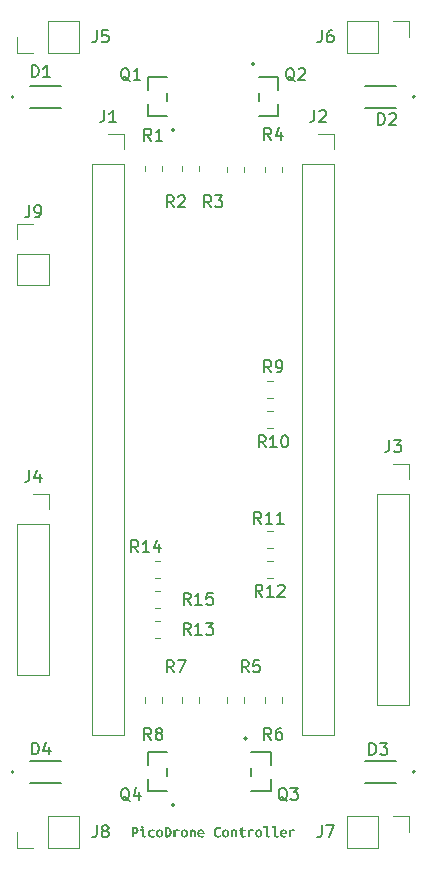
<source format=gbr>
%TF.GenerationSoftware,KiCad,Pcbnew,7.0.6-7.0.6~ubuntu22.04.1*%
%TF.CreationDate,2023-07-14T18:36:51-05:00*%
%TF.ProjectId,picodrone_controller,7069636f-6472-46f6-9e65-5f636f6e7472,rev?*%
%TF.SameCoordinates,Original*%
%TF.FileFunction,Legend,Top*%
%TF.FilePolarity,Positive*%
%FSLAX46Y46*%
G04 Gerber Fmt 4.6, Leading zero omitted, Abs format (unit mm)*
G04 Created by KiCad (PCBNEW 7.0.6-7.0.6~ubuntu22.04.1) date 2023-07-14 18:36:51*
%MOMM*%
%LPD*%
G01*
G04 APERTURE LIST*
%ADD10C,0.187500*%
%ADD11C,0.150000*%
%ADD12C,0.120000*%
%ADD13C,0.152400*%
%ADD14C,0.127000*%
%ADD15C,0.200000*%
G04 APERTURE END LIST*
D10*
G36*
X143835380Y-120224069D02*
G01*
X143845541Y-120224272D01*
X143855557Y-120224609D01*
X143865426Y-120225082D01*
X143884727Y-120226432D01*
X143903444Y-120228322D01*
X143921577Y-120230752D01*
X143939127Y-120233722D01*
X143956092Y-120237232D01*
X143972473Y-120241282D01*
X143988271Y-120245872D01*
X144003485Y-120251002D01*
X144018114Y-120256672D01*
X144032160Y-120262882D01*
X144045622Y-120269632D01*
X144058500Y-120276922D01*
X144070794Y-120284752D01*
X144082505Y-120293122D01*
X144093596Y-120302104D01*
X144103971Y-120311769D01*
X144113631Y-120322117D01*
X144122576Y-120333148D01*
X144130805Y-120344862D01*
X144138318Y-120357259D01*
X144145116Y-120370339D01*
X144151198Y-120384103D01*
X144156565Y-120398549D01*
X144161216Y-120413679D01*
X144165151Y-120429492D01*
X144168371Y-120445988D01*
X144170876Y-120463167D01*
X144172665Y-120481029D01*
X144173738Y-120499574D01*
X144174096Y-120518803D01*
X144174006Y-120528609D01*
X144173287Y-120547708D01*
X144171848Y-120566121D01*
X144169690Y-120583850D01*
X144166812Y-120600893D01*
X144163215Y-120617252D01*
X144158899Y-120632925D01*
X144153863Y-120647914D01*
X144148109Y-120662217D01*
X144141634Y-120675836D01*
X144134440Y-120688769D01*
X144126527Y-120701018D01*
X144117895Y-120712581D01*
X144108543Y-120723459D01*
X144098472Y-120733653D01*
X144087681Y-120743161D01*
X144082016Y-120747658D01*
X144070206Y-120756176D01*
X144057794Y-120764145D01*
X144044782Y-120771564D01*
X144031168Y-120778433D01*
X144016953Y-120784753D01*
X144002137Y-120790523D01*
X143986721Y-120795744D01*
X143970703Y-120800415D01*
X143954084Y-120804536D01*
X143936863Y-120808108D01*
X143919042Y-120811131D01*
X143900620Y-120813604D01*
X143881597Y-120815527D01*
X143861973Y-120816901D01*
X143851935Y-120817382D01*
X143841747Y-120817725D01*
X143831409Y-120817932D01*
X143820921Y-120818000D01*
X143759127Y-120818000D01*
X143759127Y-121115000D01*
X143585959Y-121115000D01*
X143585959Y-120661685D01*
X143759127Y-120661685D01*
X143829469Y-120677316D01*
X143839689Y-120677175D01*
X143849589Y-120676752D01*
X143863837Y-120675587D01*
X143877364Y-120673786D01*
X143890169Y-120671350D01*
X143902254Y-120668279D01*
X143913617Y-120664573D01*
X143924258Y-120660231D01*
X143934179Y-120655253D01*
X143943378Y-120649641D01*
X143951856Y-120643392D01*
X143954521Y-120641168D01*
X143962073Y-120633936D01*
X143968881Y-120625793D01*
X143974947Y-120616739D01*
X143980270Y-120606776D01*
X143984850Y-120595902D01*
X143988688Y-120584119D01*
X143991783Y-120571425D01*
X143994135Y-120557821D01*
X143995744Y-120543306D01*
X143996404Y-120533124D01*
X143996734Y-120522538D01*
X143996775Y-120517093D01*
X143996613Y-120506902D01*
X143996127Y-120497088D01*
X143994789Y-120483076D01*
X143992721Y-120469914D01*
X143989923Y-120457602D01*
X143986395Y-120446140D01*
X143982138Y-120435529D01*
X143977150Y-120425767D01*
X143971433Y-120416856D01*
X143964986Y-120408794D01*
X143957809Y-120401583D01*
X143955254Y-120399368D01*
X143947229Y-120393170D01*
X143938722Y-120387581D01*
X143929735Y-120382602D01*
X143920266Y-120378233D01*
X143910317Y-120374474D01*
X143899887Y-120371324D01*
X143888977Y-120368784D01*
X143877585Y-120366853D01*
X143865712Y-120365532D01*
X143853359Y-120364821D01*
X143844856Y-120364685D01*
X143834047Y-120364757D01*
X143823682Y-120364917D01*
X143813360Y-120365133D01*
X143803583Y-120365373D01*
X143801870Y-120365418D01*
X143792032Y-120365770D01*
X143781619Y-120366376D01*
X143771120Y-120367327D01*
X143761097Y-120368724D01*
X143759127Y-120369082D01*
X143759127Y-120661685D01*
X143585959Y-120661685D01*
X143585959Y-120239633D01*
X143595699Y-120238110D01*
X143605869Y-120236656D01*
X143616467Y-120235271D01*
X143627496Y-120233954D01*
X143638953Y-120232707D01*
X143642868Y-120232306D01*
X143652802Y-120231355D01*
X143662760Y-120230488D01*
X143672742Y-120229705D01*
X143682748Y-120229005D01*
X143692778Y-120228388D01*
X143702831Y-120227855D01*
X143706859Y-120227665D01*
X143716969Y-120227219D01*
X143726995Y-120226797D01*
X143736938Y-120226399D01*
X143746797Y-120226024D01*
X143756572Y-120225674D01*
X143768193Y-120225284D01*
X143770118Y-120225223D01*
X143781501Y-120224808D01*
X143792386Y-120224479D01*
X143802773Y-120224235D01*
X143812662Y-120224078D01*
X143823570Y-120224003D01*
X143825073Y-120224002D01*
X143835380Y-120224069D01*
G37*
G36*
X144609092Y-120255997D02*
G01*
X144608585Y-120268190D01*
X144607062Y-120279735D01*
X144604524Y-120290630D01*
X144600971Y-120300877D01*
X144596403Y-120310475D01*
X144590820Y-120319424D01*
X144584222Y-120327725D01*
X144576608Y-120335376D01*
X144568350Y-120342246D01*
X144559694Y-120348199D01*
X144550642Y-120353237D01*
X144541193Y-120357358D01*
X144531347Y-120360564D01*
X144521104Y-120362854D01*
X144510464Y-120364228D01*
X144499427Y-120364685D01*
X144488341Y-120364228D01*
X144477674Y-120362854D01*
X144467428Y-120360564D01*
X144457601Y-120357358D01*
X144448194Y-120353237D01*
X144439206Y-120348199D01*
X144430639Y-120342246D01*
X144422491Y-120335376D01*
X144415106Y-120327725D01*
X144408706Y-120319424D01*
X144403291Y-120310475D01*
X144398860Y-120300877D01*
X144395414Y-120290630D01*
X144392953Y-120279735D01*
X144391476Y-120268190D01*
X144390983Y-120255997D01*
X144391476Y-120243461D01*
X144392953Y-120231619D01*
X144395414Y-120220472D01*
X144398860Y-120210019D01*
X144403291Y-120200260D01*
X144408706Y-120191197D01*
X144415106Y-120182828D01*
X144422491Y-120175153D01*
X144430639Y-120168284D01*
X144439206Y-120162330D01*
X144448194Y-120157293D01*
X144457601Y-120153171D01*
X144467428Y-120149965D01*
X144477674Y-120147676D01*
X144488341Y-120146302D01*
X144499427Y-120145844D01*
X144510464Y-120146302D01*
X144521104Y-120147676D01*
X144531347Y-120149965D01*
X144541193Y-120153171D01*
X144550642Y-120157293D01*
X144559694Y-120162330D01*
X144568350Y-120168284D01*
X144576608Y-120175153D01*
X144584222Y-120182828D01*
X144590820Y-120191197D01*
X144596403Y-120200260D01*
X144600971Y-120210019D01*
X144604524Y-120220472D01*
X144607062Y-120231619D01*
X144608585Y-120243461D01*
X144609092Y-120255997D01*
G37*
G36*
X144866524Y-121089598D02*
G01*
X144856551Y-121093951D01*
X144846689Y-121098033D01*
X144836939Y-121101845D01*
X144827300Y-121105386D01*
X144817773Y-121108657D01*
X144808358Y-121111657D01*
X144795978Y-121115237D01*
X144783797Y-121118336D01*
X144771813Y-121120954D01*
X144765896Y-121122083D01*
X144754234Y-121124086D01*
X144742815Y-121125823D01*
X144731641Y-121127292D01*
X144720711Y-121128494D01*
X144710026Y-121129429D01*
X144699584Y-121130097D01*
X144689387Y-121130497D01*
X144679434Y-121130631D01*
X144666984Y-121130455D01*
X144654911Y-121129927D01*
X144643216Y-121129047D01*
X144631898Y-121127815D01*
X144620959Y-121126230D01*
X144610397Y-121124294D01*
X144600214Y-121122006D01*
X144590408Y-121119365D01*
X144580980Y-121116373D01*
X144568996Y-121111835D01*
X144566106Y-121110603D01*
X144554970Y-121105253D01*
X144544398Y-121099337D01*
X144534392Y-121092857D01*
X144524951Y-121085812D01*
X144516074Y-121078203D01*
X144507762Y-121070028D01*
X144500015Y-121061289D01*
X144492833Y-121051985D01*
X144486246Y-121042143D01*
X144480163Y-121031789D01*
X144474583Y-121020924D01*
X144469508Y-121009548D01*
X144464936Y-120997660D01*
X144460867Y-120985261D01*
X144458147Y-120975626D01*
X144455710Y-120965703D01*
X144454242Y-120958928D01*
X144452234Y-120948485D01*
X144450424Y-120937762D01*
X144448811Y-120926761D01*
X144447396Y-120915480D01*
X144446178Y-120903920D01*
X144445158Y-120892081D01*
X144444335Y-120879963D01*
X144443709Y-120867566D01*
X144443281Y-120854890D01*
X144443051Y-120841935D01*
X144443007Y-120833143D01*
X144443007Y-120583527D01*
X144260069Y-120583527D01*
X144260069Y-120442843D01*
X144616175Y-120442843D01*
X144616175Y-120868558D01*
X144616366Y-120879778D01*
X144616940Y-120890449D01*
X144617895Y-120900570D01*
X144619763Y-120913209D01*
X144622310Y-120924872D01*
X144625537Y-120935557D01*
X144629443Y-120945266D01*
X144634028Y-120953998D01*
X144637913Y-120959905D01*
X144645416Y-120968560D01*
X144654337Y-120975748D01*
X144664678Y-120981469D01*
X144673973Y-120984989D01*
X144684176Y-120987571D01*
X144695287Y-120989214D01*
X144707306Y-120989918D01*
X144710453Y-120989947D01*
X144721297Y-120989655D01*
X144731355Y-120988939D01*
X144742117Y-120987795D01*
X144753583Y-120986220D01*
X144763676Y-120984580D01*
X144767850Y-120983841D01*
X144778662Y-120981617D01*
X144789880Y-120978761D01*
X144801503Y-120975272D01*
X144811093Y-120972027D01*
X144820943Y-120968376D01*
X144831052Y-120964321D01*
X144841421Y-120959862D01*
X144844054Y-120958684D01*
X144866524Y-121089598D01*
G37*
G36*
X144970816Y-120787470D02*
G01*
X144971013Y-120774216D01*
X144971606Y-120761109D01*
X144972593Y-120748147D01*
X144973976Y-120735332D01*
X144975753Y-120722662D01*
X144977926Y-120710138D01*
X144980493Y-120697761D01*
X144983456Y-120685529D01*
X144986813Y-120673443D01*
X144990565Y-120661504D01*
X144993286Y-120653625D01*
X144997710Y-120641953D01*
X145002554Y-120630570D01*
X145007819Y-120619473D01*
X145013505Y-120608665D01*
X145019612Y-120598144D01*
X145026139Y-120587911D01*
X145033087Y-120577966D01*
X145040456Y-120568308D01*
X145048245Y-120558937D01*
X145056456Y-120549855D01*
X145062163Y-120543960D01*
X145071122Y-120535385D01*
X145080507Y-120527153D01*
X145090316Y-120519264D01*
X145100551Y-120511720D01*
X145111211Y-120504518D01*
X145122295Y-120497660D01*
X145133805Y-120491146D01*
X145145740Y-120484975D01*
X145158099Y-120479148D01*
X145170884Y-120473664D01*
X145179644Y-120470198D01*
X145193213Y-120465310D01*
X145202528Y-120462318D01*
X145212059Y-120459539D01*
X145221806Y-120456975D01*
X145231769Y-120454624D01*
X145241947Y-120452487D01*
X145252340Y-120450564D01*
X145262950Y-120448854D01*
X145273775Y-120447358D01*
X145284815Y-120446076D01*
X145296071Y-120445007D01*
X145307543Y-120444152D01*
X145319231Y-120443511D01*
X145331134Y-120443084D01*
X145343252Y-120442870D01*
X145349392Y-120442843D01*
X145360374Y-120442914D01*
X145371154Y-120443127D01*
X145381732Y-120443481D01*
X145392108Y-120443977D01*
X145402283Y-120444614D01*
X145412255Y-120445393D01*
X145422026Y-120446314D01*
X145434740Y-120447763D01*
X145447095Y-120449463D01*
X145456127Y-120450903D01*
X145468117Y-120453021D01*
X145480154Y-120455467D01*
X145492236Y-120458242D01*
X145504364Y-120461345D01*
X145516538Y-120464775D01*
X145528758Y-120468534D01*
X145541024Y-120472622D01*
X145550253Y-120475903D01*
X145553335Y-120477037D01*
X145515233Y-120608928D01*
X145504477Y-120605259D01*
X145493274Y-120601761D01*
X145483598Y-120598978D01*
X145473611Y-120596314D01*
X145463314Y-120593769D01*
X145452707Y-120591343D01*
X145441480Y-120589091D01*
X145431829Y-120587565D01*
X145421582Y-120586282D01*
X145410740Y-120585244D01*
X145399302Y-120584451D01*
X145387270Y-120583901D01*
X145374641Y-120583596D01*
X145364780Y-120583527D01*
X145353328Y-120583662D01*
X145342237Y-120584068D01*
X145331506Y-120584744D01*
X145321137Y-120585691D01*
X145311127Y-120586908D01*
X145298343Y-120588952D01*
X145286199Y-120591476D01*
X145274697Y-120594481D01*
X145263836Y-120597968D01*
X145261221Y-120598914D01*
X145251150Y-120602887D01*
X145241574Y-120607234D01*
X145232495Y-120611955D01*
X145223913Y-120617049D01*
X145213882Y-120623944D01*
X145204626Y-120631423D01*
X145196145Y-120639486D01*
X145194542Y-120641168D01*
X145186950Y-120649833D01*
X145180050Y-120659033D01*
X145173841Y-120668771D01*
X145168324Y-120679045D01*
X145163499Y-120689856D01*
X145159366Y-120701203D01*
X145157906Y-120705893D01*
X145155273Y-120715449D01*
X145152991Y-120725188D01*
X145151060Y-120735110D01*
X145149480Y-120745216D01*
X145148251Y-120755505D01*
X145147373Y-120765976D01*
X145146846Y-120776632D01*
X145146671Y-120787470D01*
X145146871Y-120799156D01*
X145147472Y-120810524D01*
X145148474Y-120821573D01*
X145149877Y-120832304D01*
X145151680Y-120842715D01*
X145153884Y-120852809D01*
X145156488Y-120862583D01*
X145159494Y-120872039D01*
X145164753Y-120885625D01*
X145170914Y-120898494D01*
X145177976Y-120910647D01*
X145185940Y-120922082D01*
X145194806Y-120932800D01*
X145197962Y-120936214D01*
X145208260Y-120945816D01*
X145219829Y-120954475D01*
X145228248Y-120959722D01*
X145237231Y-120964550D01*
X145246780Y-120968958D01*
X145256893Y-120972946D01*
X145267571Y-120976514D01*
X145278814Y-120979662D01*
X145290621Y-120982391D01*
X145302994Y-120984700D01*
X145315931Y-120986589D01*
X145329433Y-120988058D01*
X145343500Y-120989108D01*
X145358132Y-120989737D01*
X145373328Y-120989947D01*
X145383579Y-120989859D01*
X145393936Y-120989596D01*
X145404400Y-120989157D01*
X145414972Y-120988543D01*
X145425650Y-120987753D01*
X145436434Y-120986787D01*
X145447326Y-120985646D01*
X145458325Y-120984330D01*
X145469312Y-120982815D01*
X145480047Y-120981078D01*
X145490530Y-120979120D01*
X145500762Y-120976941D01*
X145510741Y-120974541D01*
X145520469Y-120971919D01*
X145529945Y-120969076D01*
X145539169Y-120966011D01*
X145564570Y-121100345D01*
X145555171Y-121103570D01*
X145545290Y-121106649D01*
X145534929Y-121109584D01*
X145524087Y-121112374D01*
X145512764Y-121115019D01*
X145500960Y-121117518D01*
X145488676Y-121119873D01*
X145475910Y-121122083D01*
X145465995Y-121123610D01*
X145455757Y-121124988D01*
X145445198Y-121126215D01*
X145434316Y-121127292D01*
X145423113Y-121128218D01*
X145411587Y-121128995D01*
X145399740Y-121129621D01*
X145387571Y-121130097D01*
X145375079Y-121130422D01*
X145362266Y-121130598D01*
X145353545Y-121130631D01*
X145340987Y-121130528D01*
X145328655Y-121130219D01*
X145316547Y-121129704D01*
X145304665Y-121128982D01*
X145293009Y-121128055D01*
X145281577Y-121126922D01*
X145270370Y-121125582D01*
X145259389Y-121124036D01*
X145248633Y-121122285D01*
X145238102Y-121120327D01*
X145227796Y-121118163D01*
X145217715Y-121115793D01*
X145207859Y-121113217D01*
X145198229Y-121110435D01*
X145188824Y-121107447D01*
X145179644Y-121104253D01*
X145166316Y-121099092D01*
X145153443Y-121093591D01*
X145141025Y-121087751D01*
X145129062Y-121081573D01*
X145117555Y-121075055D01*
X145106502Y-121068197D01*
X145095905Y-121061001D01*
X145085763Y-121053466D01*
X145076076Y-121045591D01*
X145066843Y-121037377D01*
X145060942Y-121031713D01*
X145052455Y-121022911D01*
X145044398Y-121013818D01*
X145036770Y-121004433D01*
X145029572Y-120994756D01*
X145022802Y-120984787D01*
X145016463Y-120974526D01*
X145010552Y-120963973D01*
X145005071Y-120953128D01*
X145000019Y-120941991D01*
X144995397Y-120930562D01*
X144992554Y-120922780D01*
X144988669Y-120910925D01*
X144985166Y-120898898D01*
X144982046Y-120886699D01*
X144979307Y-120874329D01*
X144976951Y-120861786D01*
X144974977Y-120849072D01*
X144973385Y-120836187D01*
X144972175Y-120823129D01*
X144971347Y-120809900D01*
X144970901Y-120796499D01*
X144970816Y-120787470D01*
G37*
G36*
X145974518Y-120443058D02*
G01*
X145987117Y-120443702D01*
X145999506Y-120444775D01*
X146011684Y-120446278D01*
X146023651Y-120448210D01*
X146035409Y-120450571D01*
X146046955Y-120453362D01*
X146058292Y-120456582D01*
X146069418Y-120460231D01*
X146080334Y-120464310D01*
X146087494Y-120467267D01*
X146098073Y-120471986D01*
X146108377Y-120477073D01*
X146118406Y-120482530D01*
X146128161Y-120488356D01*
X146137640Y-120494552D01*
X146146845Y-120501116D01*
X146155775Y-120508050D01*
X146164431Y-120515353D01*
X146172811Y-120523025D01*
X146180917Y-120531066D01*
X146186168Y-120536632D01*
X146193786Y-120545263D01*
X146201069Y-120554212D01*
X146208017Y-120563479D01*
X146214630Y-120573063D01*
X146220909Y-120582965D01*
X146226852Y-120593184D01*
X146232461Y-120603721D01*
X146237734Y-120614576D01*
X146242673Y-120625749D01*
X146247277Y-120637240D01*
X146250160Y-120645076D01*
X146254176Y-120657051D01*
X146257796Y-120669253D01*
X146261022Y-120681683D01*
X146263853Y-120694341D01*
X146266289Y-120707226D01*
X146268329Y-120720338D01*
X146269975Y-120733678D01*
X146271226Y-120747246D01*
X146272082Y-120761041D01*
X146272543Y-120775064D01*
X146272630Y-120784539D01*
X146272433Y-120799019D01*
X146271840Y-120813241D01*
X146270853Y-120827206D01*
X146269470Y-120840913D01*
X146267693Y-120854363D01*
X146265521Y-120867555D01*
X146262953Y-120880489D01*
X146259991Y-120893166D01*
X146256633Y-120905585D01*
X146252881Y-120917747D01*
X146250160Y-120925711D01*
X146245786Y-120937420D01*
X146241090Y-120948824D01*
X146236071Y-120959923D01*
X146230731Y-120970717D01*
X146225069Y-120981206D01*
X146219085Y-120991391D01*
X146212779Y-121001270D01*
X146206150Y-121010845D01*
X146199200Y-121020115D01*
X146191928Y-121029080D01*
X146186901Y-121034888D01*
X146179109Y-121043271D01*
X146171030Y-121051294D01*
X146162663Y-121058956D01*
X146154008Y-121066258D01*
X146145066Y-121073199D01*
X146135836Y-121079779D01*
X146126319Y-121085999D01*
X146116513Y-121091857D01*
X146106420Y-121097356D01*
X146096040Y-121102494D01*
X146088960Y-121105718D01*
X146078171Y-121110170D01*
X146067147Y-121114185D01*
X146055886Y-121117761D01*
X146044389Y-121120899D01*
X146032656Y-121123600D01*
X146020687Y-121125863D01*
X146008482Y-121127687D01*
X145996041Y-121129074D01*
X145983363Y-121130023D01*
X145970449Y-121130534D01*
X145961709Y-121130631D01*
X145948636Y-121130412D01*
X145935795Y-121129755D01*
X145923185Y-121128660D01*
X145910807Y-121127128D01*
X145898662Y-121125157D01*
X145886748Y-121122748D01*
X145875065Y-121119902D01*
X145863615Y-121116618D01*
X145852397Y-121112895D01*
X145841410Y-121108735D01*
X145834214Y-121105718D01*
X145823679Y-121100821D01*
X145813415Y-121095563D01*
X145803421Y-121089945D01*
X145793697Y-121083965D01*
X145784244Y-121077626D01*
X145775061Y-121070925D01*
X145766149Y-121063864D01*
X145757507Y-121056442D01*
X145749136Y-121048660D01*
X145741035Y-121040517D01*
X145735785Y-121034888D01*
X145728167Y-121026126D01*
X145720884Y-121017059D01*
X145713936Y-121007687D01*
X145707323Y-120998011D01*
X145701044Y-120988030D01*
X145695101Y-120977744D01*
X145689492Y-120967153D01*
X145684219Y-120956257D01*
X145679280Y-120945056D01*
X145674676Y-120933551D01*
X145671793Y-120925711D01*
X145667777Y-120913721D01*
X145664157Y-120901474D01*
X145660931Y-120888969D01*
X145658100Y-120876206D01*
X145655664Y-120863186D01*
X145653624Y-120849908D01*
X145651978Y-120836373D01*
X145650727Y-120822580D01*
X145649871Y-120808529D01*
X145649410Y-120794221D01*
X145649336Y-120786004D01*
X145825177Y-120786004D01*
X145825301Y-120797257D01*
X145825670Y-120808238D01*
X145826285Y-120818949D01*
X145827147Y-120829388D01*
X145828254Y-120839557D01*
X145829608Y-120849454D01*
X145832100Y-120863792D01*
X145835147Y-120877521D01*
X145838747Y-120890640D01*
X145842900Y-120903149D01*
X145847608Y-120915049D01*
X145852869Y-120926339D01*
X145856685Y-120933527D01*
X145862977Y-120943610D01*
X145869948Y-120952701D01*
X145877598Y-120960800D01*
X145885925Y-120967908D01*
X145894931Y-120974024D01*
X145904616Y-120979148D01*
X145914978Y-120983280D01*
X145926019Y-120986421D01*
X145937739Y-120988570D01*
X145950136Y-120989727D01*
X145958778Y-120989947D01*
X145971172Y-120989451D01*
X145982981Y-120987964D01*
X145994207Y-120985484D01*
X146004849Y-120982013D01*
X146014906Y-120977550D01*
X146024380Y-120972095D01*
X146033270Y-120965649D01*
X146041577Y-120958211D01*
X146049299Y-120949781D01*
X146056437Y-120940359D01*
X146060872Y-120933527D01*
X146067026Y-120922643D01*
X146072575Y-120911150D01*
X146077519Y-120899047D01*
X146081858Y-120886335D01*
X146085591Y-120873013D01*
X146088718Y-120859081D01*
X146090467Y-120849454D01*
X146091947Y-120839557D01*
X146093158Y-120829388D01*
X146094099Y-120818949D01*
X146094772Y-120808238D01*
X146095176Y-120797257D01*
X146095310Y-120786004D01*
X146095186Y-120774755D01*
X146094814Y-120763782D01*
X146094194Y-120753086D01*
X146093326Y-120742667D01*
X146092209Y-120732524D01*
X146090845Y-120722658D01*
X146088333Y-120708377D01*
X146085264Y-120694720D01*
X146081636Y-120681684D01*
X146077450Y-120669272D01*
X146072706Y-120657481D01*
X146067403Y-120646314D01*
X146063558Y-120639214D01*
X146057310Y-120629262D01*
X146050378Y-120620289D01*
X146042764Y-120612295D01*
X146034467Y-120605280D01*
X146025487Y-120599244D01*
X146015825Y-120594186D01*
X146005480Y-120590107D01*
X145994453Y-120587008D01*
X145982743Y-120584887D01*
X145970350Y-120583745D01*
X145961709Y-120583527D01*
X145949316Y-120584017D01*
X145937506Y-120585485D01*
X145926281Y-120587932D01*
X145915639Y-120591358D01*
X145905581Y-120595763D01*
X145896107Y-120601147D01*
X145887217Y-120607510D01*
X145878911Y-120614851D01*
X145871189Y-120623172D01*
X145864050Y-120632471D01*
X145859616Y-120639214D01*
X145853461Y-120649967D01*
X145847912Y-120661342D01*
X145842968Y-120673340D01*
X145838630Y-120685960D01*
X145834897Y-120699203D01*
X145831769Y-120713068D01*
X145829247Y-120727556D01*
X145827902Y-120737561D01*
X145826825Y-120747842D01*
X145826018Y-120758399D01*
X145825480Y-120769234D01*
X145825211Y-120780345D01*
X145825177Y-120786004D01*
X145649336Y-120786004D01*
X145649323Y-120784539D01*
X145649527Y-120770364D01*
X145650138Y-120756418D01*
X145651158Y-120742698D01*
X145652586Y-120729206D01*
X145654421Y-120715942D01*
X145656664Y-120702906D01*
X145659315Y-120690096D01*
X145662374Y-120677515D01*
X145665841Y-120665161D01*
X145669716Y-120653034D01*
X145672526Y-120645076D01*
X145677037Y-120633374D01*
X145681871Y-120621990D01*
X145687026Y-120610923D01*
X145692504Y-120600174D01*
X145698304Y-120589742D01*
X145704425Y-120579629D01*
X145710869Y-120569833D01*
X145717634Y-120560355D01*
X145724722Y-120551194D01*
X145732131Y-120542351D01*
X145737250Y-120536632D01*
X145745177Y-120528345D01*
X145753387Y-120520427D01*
X145761881Y-120512877D01*
X145770658Y-120505698D01*
X145779718Y-120498887D01*
X145789062Y-120492445D01*
X145798689Y-120486373D01*
X145808599Y-120480670D01*
X145818793Y-120475337D01*
X145829270Y-120470372D01*
X145836413Y-120467267D01*
X145847308Y-120462903D01*
X145858380Y-120458967D01*
X145869628Y-120455461D01*
X145881052Y-120452384D01*
X145892652Y-120449736D01*
X145904428Y-120447518D01*
X145916379Y-120445729D01*
X145928507Y-120444370D01*
X145940811Y-120443439D01*
X145953291Y-120442939D01*
X145961709Y-120442843D01*
X145974518Y-120443058D01*
G37*
G36*
X146602788Y-120239732D02*
G01*
X146613357Y-120240030D01*
X146623808Y-120240526D01*
X146634140Y-120241221D01*
X146644355Y-120242114D01*
X146654451Y-120243205D01*
X146664428Y-120244495D01*
X146674288Y-120245983D01*
X146684029Y-120247670D01*
X146693652Y-120249556D01*
X146707864Y-120252755D01*
X146721810Y-120256402D01*
X146735490Y-120260495D01*
X146748904Y-120265034D01*
X146762037Y-120270007D01*
X146774784Y-120275490D01*
X146787145Y-120281484D01*
X146799119Y-120287989D01*
X146810706Y-120295005D01*
X146821908Y-120302532D01*
X146832723Y-120310570D01*
X146843151Y-120319119D01*
X146853193Y-120328179D01*
X146862849Y-120337749D01*
X146869071Y-120344413D01*
X146878129Y-120354796D01*
X146886800Y-120365703D01*
X146895085Y-120377133D01*
X146902983Y-120389087D01*
X146910495Y-120401565D01*
X146915288Y-120410174D01*
X146919910Y-120419017D01*
X146924359Y-120428092D01*
X146928638Y-120437400D01*
X146932744Y-120446940D01*
X146936678Y-120456714D01*
X146940441Y-120466720D01*
X146944032Y-120476959D01*
X146945764Y-120482166D01*
X146949106Y-120492742D01*
X146952232Y-120503587D01*
X146955143Y-120514701D01*
X146957838Y-120526084D01*
X146960318Y-120537736D01*
X146962582Y-120549657D01*
X146964630Y-120561848D01*
X146966463Y-120574307D01*
X146968080Y-120587035D01*
X146969482Y-120600033D01*
X146970668Y-120613299D01*
X146971638Y-120626834D01*
X146972393Y-120640639D01*
X146972932Y-120654712D01*
X146973255Y-120669055D01*
X146973363Y-120683667D01*
X146973245Y-120698639D01*
X146972890Y-120713331D01*
X146972298Y-120727742D01*
X146971470Y-120741873D01*
X146970405Y-120755723D01*
X146969104Y-120769293D01*
X146967566Y-120782582D01*
X146965792Y-120795591D01*
X146963780Y-120808319D01*
X146961533Y-120820767D01*
X146959048Y-120832934D01*
X146956327Y-120844821D01*
X146953370Y-120856427D01*
X146950175Y-120867753D01*
X146946744Y-120878799D01*
X146943077Y-120889563D01*
X146939201Y-120900065D01*
X146935143Y-120910320D01*
X146930904Y-120920329D01*
X146926484Y-120930092D01*
X146921882Y-120939609D01*
X146917099Y-120948880D01*
X146912135Y-120957905D01*
X146906990Y-120966683D01*
X146901663Y-120975215D01*
X146896156Y-120983501D01*
X146890466Y-120991541D01*
X146881593Y-121003140D01*
X146872311Y-121014184D01*
X146862622Y-121024675D01*
X146859302Y-121028049D01*
X146849136Y-121037825D01*
X146838605Y-121047094D01*
X146827709Y-121055857D01*
X146816448Y-121064113D01*
X146804823Y-121071862D01*
X146792832Y-121079105D01*
X146780477Y-121085842D01*
X146767756Y-121092071D01*
X146754671Y-121097794D01*
X146741221Y-121103011D01*
X146732051Y-121106207D01*
X146718090Y-121110572D01*
X146708637Y-121113243D01*
X146699068Y-121115724D01*
X146689382Y-121118013D01*
X146679580Y-121120112D01*
X146669661Y-121122021D01*
X146659626Y-121123738D01*
X146649475Y-121125264D01*
X146639207Y-121126600D01*
X146628823Y-121127745D01*
X146618322Y-121128699D01*
X146607706Y-121129462D01*
X146596972Y-121130035D01*
X146586122Y-121130416D01*
X146575156Y-121130607D01*
X146569630Y-121130631D01*
X146558059Y-121130555D01*
X146546549Y-121130326D01*
X146535100Y-121129944D01*
X146523712Y-121129410D01*
X146512385Y-121128723D01*
X146501120Y-121127883D01*
X146489915Y-121126891D01*
X146478771Y-121125746D01*
X146467620Y-121124426D01*
X146456270Y-121122907D01*
X146444722Y-121121190D01*
X146432976Y-121119274D01*
X146421031Y-121117160D01*
X146408887Y-121114847D01*
X146396545Y-121112336D01*
X146384005Y-121109626D01*
X146384005Y-120988482D01*
X146557173Y-120988482D01*
X146566996Y-120989774D01*
X146572561Y-120989947D01*
X146582674Y-120989947D01*
X146588192Y-120989947D01*
X146599064Y-120989743D01*
X146609604Y-120989131D01*
X146619815Y-120988112D01*
X146629694Y-120986684D01*
X146642353Y-120984146D01*
X146654424Y-120980883D01*
X146665907Y-120976895D01*
X146676803Y-120972182D01*
X146687110Y-120966744D01*
X146696884Y-120960672D01*
X146706177Y-120954059D01*
X146714988Y-120946903D01*
X146723319Y-120939206D01*
X146731170Y-120930966D01*
X146738539Y-120922185D01*
X146745427Y-120912862D01*
X146751835Y-120902997D01*
X146757781Y-120892563D01*
X146763284Y-120881656D01*
X146768344Y-120870276D01*
X146772962Y-120858422D01*
X146777137Y-120846096D01*
X146779978Y-120836540D01*
X146782569Y-120826719D01*
X146784912Y-120816631D01*
X146787006Y-120806277D01*
X146788883Y-120795695D01*
X146790575Y-120784924D01*
X146792083Y-120773965D01*
X146793406Y-120762817D01*
X146794544Y-120751479D01*
X146795498Y-120739953D01*
X146796267Y-120728238D01*
X146796852Y-120716334D01*
X146797252Y-120704241D01*
X146797467Y-120691959D01*
X146797508Y-120683667D01*
X146797433Y-120672795D01*
X146797208Y-120661980D01*
X146796832Y-120651220D01*
X146796306Y-120640516D01*
X146795630Y-120629868D01*
X146794803Y-120619275D01*
X146793827Y-120608739D01*
X146792700Y-120598258D01*
X146791422Y-120587833D01*
X146789995Y-120577464D01*
X146788960Y-120570582D01*
X146787289Y-120560348D01*
X146785391Y-120550346D01*
X146783265Y-120540576D01*
X146780911Y-120531038D01*
X146777419Y-120518681D01*
X146773523Y-120506736D01*
X146769222Y-120495203D01*
X146764516Y-120484082D01*
X146759406Y-120473374D01*
X146753911Y-120463073D01*
X146747927Y-120453300D01*
X146741454Y-120444053D01*
X146734494Y-120435333D01*
X146727044Y-120427139D01*
X146719106Y-120419472D01*
X146710680Y-120412332D01*
X146701765Y-120405718D01*
X146692335Y-120399765D01*
X146682241Y-120394605D01*
X146671483Y-120390239D01*
X146660061Y-120386667D01*
X146647974Y-120383889D01*
X146635224Y-120381905D01*
X146625226Y-120380937D01*
X146614854Y-120380416D01*
X146607732Y-120380317D01*
X146597340Y-120380457D01*
X146587540Y-120380801D01*
X146582330Y-120381050D01*
X146572267Y-120381908D01*
X146562217Y-120383536D01*
X146557173Y-120384713D01*
X146557173Y-120988482D01*
X146384005Y-120988482D01*
X146384005Y-120260638D01*
X146395025Y-120258375D01*
X146405921Y-120256259D01*
X146416692Y-120254288D01*
X146427339Y-120252464D01*
X146437861Y-120250785D01*
X146448259Y-120249252D01*
X146458532Y-120247865D01*
X146468681Y-120246625D01*
X146478705Y-120245530D01*
X146488605Y-120244581D01*
X146495136Y-120244030D01*
X146508031Y-120242999D01*
X146520705Y-120242106D01*
X146533157Y-120241350D01*
X146545389Y-120240732D01*
X146557398Y-120240251D01*
X146569187Y-120239908D01*
X146580754Y-120239702D01*
X146592100Y-120239633D01*
X146602788Y-120239732D01*
G37*
G36*
X147622316Y-120605997D02*
G01*
X147612334Y-120603662D01*
X147602618Y-120601586D01*
X147592108Y-120599510D01*
X147582260Y-120597693D01*
X147572074Y-120595816D01*
X147561818Y-120594033D01*
X147551491Y-120592344D01*
X147541094Y-120590747D01*
X147535122Y-120589877D01*
X147524720Y-120588391D01*
X147514458Y-120587139D01*
X147504337Y-120586121D01*
X147494356Y-120585336D01*
X147488715Y-120584993D01*
X147477923Y-120584351D01*
X147468016Y-120583893D01*
X147457929Y-120583597D01*
X147450858Y-120583527D01*
X147439445Y-120583617D01*
X147428103Y-120583885D01*
X147416833Y-120584332D01*
X147405635Y-120584958D01*
X147394508Y-120585763D01*
X147383453Y-120586747D01*
X147379050Y-120587191D01*
X147368024Y-120588497D01*
X147356925Y-120590124D01*
X147345756Y-120592074D01*
X147334514Y-120594346D01*
X147323201Y-120596940D01*
X147311817Y-120599856D01*
X147307243Y-120601113D01*
X147307243Y-121115000D01*
X147132854Y-121115000D01*
X147132854Y-120499019D01*
X147145798Y-120494344D01*
X147158803Y-120489846D01*
X147171867Y-120485523D01*
X147184992Y-120481376D01*
X147198177Y-120477406D01*
X147211422Y-120473611D01*
X147224727Y-120469993D01*
X147238092Y-120466550D01*
X147251517Y-120463283D01*
X147265002Y-120460193D01*
X147274026Y-120458230D01*
X147287844Y-120455481D01*
X147302096Y-120453001D01*
X147311838Y-120451499D01*
X147321773Y-120450116D01*
X147331900Y-120448854D01*
X147342220Y-120447712D01*
X147352733Y-120446690D01*
X147363439Y-120445788D01*
X147374337Y-120445007D01*
X147385428Y-120444346D01*
X147396712Y-120443805D01*
X147408189Y-120443384D01*
X147419858Y-120443084D01*
X147431720Y-120442903D01*
X147443775Y-120442843D01*
X147453669Y-120442962D01*
X147464612Y-120443274D01*
X147474460Y-120443649D01*
X147483831Y-120444064D01*
X147493742Y-120444582D01*
X147503878Y-120445221D01*
X147514236Y-120445979D01*
X147524818Y-120446858D01*
X147535623Y-120447857D01*
X147539274Y-120448217D01*
X147550382Y-120449359D01*
X147561542Y-120450586D01*
X147572753Y-120451900D01*
X147584016Y-120453300D01*
X147595330Y-120454785D01*
X147599113Y-120455300D01*
X147610247Y-120456968D01*
X147620935Y-120458860D01*
X147631176Y-120460975D01*
X147640970Y-120463314D01*
X147651833Y-120466324D01*
X147653335Y-120466779D01*
X147622316Y-120605997D01*
G37*
G36*
X148073053Y-120443058D02*
G01*
X148085652Y-120443702D01*
X148098040Y-120444775D01*
X148110218Y-120446278D01*
X148122186Y-120448210D01*
X148133943Y-120450571D01*
X148145490Y-120453362D01*
X148156827Y-120456582D01*
X148167953Y-120460231D01*
X148178868Y-120464310D01*
X148186029Y-120467267D01*
X148196608Y-120471986D01*
X148206912Y-120477073D01*
X148216941Y-120482530D01*
X148226695Y-120488356D01*
X148236175Y-120494552D01*
X148245380Y-120501116D01*
X148254310Y-120508050D01*
X148262965Y-120515353D01*
X148271346Y-120523025D01*
X148279452Y-120531066D01*
X148284703Y-120536632D01*
X148292321Y-120545263D01*
X148299604Y-120554212D01*
X148306552Y-120563479D01*
X148313165Y-120573063D01*
X148319443Y-120582965D01*
X148325387Y-120593184D01*
X148330995Y-120603721D01*
X148336269Y-120614576D01*
X148341207Y-120625749D01*
X148345811Y-120637240D01*
X148348695Y-120645076D01*
X148352710Y-120657051D01*
X148356331Y-120669253D01*
X148359557Y-120681683D01*
X148362387Y-120694341D01*
X148364823Y-120707226D01*
X148366864Y-120720338D01*
X148368510Y-120733678D01*
X148369760Y-120747246D01*
X148370616Y-120761041D01*
X148371077Y-120775064D01*
X148371165Y-120784539D01*
X148370967Y-120799019D01*
X148370375Y-120813241D01*
X148369387Y-120827206D01*
X148368005Y-120840913D01*
X148366228Y-120854363D01*
X148364055Y-120867555D01*
X148361488Y-120880489D01*
X148358525Y-120893166D01*
X148355168Y-120905585D01*
X148351416Y-120917747D01*
X148348695Y-120925711D01*
X148344320Y-120937420D01*
X148339624Y-120948824D01*
X148334606Y-120959923D01*
X148329266Y-120970717D01*
X148323604Y-120981206D01*
X148317619Y-120991391D01*
X148311313Y-121001270D01*
X148304685Y-121010845D01*
X148297735Y-121020115D01*
X148290463Y-121029080D01*
X148285436Y-121034888D01*
X148277644Y-121043271D01*
X148269565Y-121051294D01*
X148261198Y-121058956D01*
X148252543Y-121066258D01*
X148243601Y-121073199D01*
X148234371Y-121079779D01*
X148224853Y-121085999D01*
X148215048Y-121091857D01*
X148204955Y-121097356D01*
X148194574Y-121102494D01*
X148187494Y-121105718D01*
X148176706Y-121110170D01*
X148165681Y-121114185D01*
X148154421Y-121117761D01*
X148142924Y-121120899D01*
X148131191Y-121123600D01*
X148119222Y-121125863D01*
X148107016Y-121127687D01*
X148094575Y-121129074D01*
X148081898Y-121130023D01*
X148068984Y-121130534D01*
X148060244Y-121130631D01*
X148047171Y-121130412D01*
X148034329Y-121129755D01*
X148021720Y-121128660D01*
X148009342Y-121127128D01*
X147997196Y-121125157D01*
X147985282Y-121122748D01*
X147973600Y-121119902D01*
X147962150Y-121116618D01*
X147950931Y-121112895D01*
X147939945Y-121108735D01*
X147932749Y-121105718D01*
X147922214Y-121100821D01*
X147911949Y-121095563D01*
X147901955Y-121089945D01*
X147892231Y-121083965D01*
X147882778Y-121077626D01*
X147873595Y-121070925D01*
X147864683Y-121063864D01*
X147856041Y-121056442D01*
X147847670Y-121048660D01*
X147839569Y-121040517D01*
X147834319Y-121034888D01*
X147826701Y-121026126D01*
X147819418Y-121017059D01*
X147812470Y-121007687D01*
X147805857Y-120998011D01*
X147799579Y-120988030D01*
X147793636Y-120977744D01*
X147788027Y-120967153D01*
X147782753Y-120956257D01*
X147777815Y-120945056D01*
X147773211Y-120933551D01*
X147770327Y-120925711D01*
X147766312Y-120913721D01*
X147762691Y-120901474D01*
X147759465Y-120888969D01*
X147756635Y-120876206D01*
X147754199Y-120863186D01*
X147752158Y-120849908D01*
X147750512Y-120836373D01*
X147749262Y-120822580D01*
X147748406Y-120808529D01*
X147747945Y-120794221D01*
X147747870Y-120786004D01*
X147923712Y-120786004D01*
X147923835Y-120797257D01*
X147924204Y-120808238D01*
X147924820Y-120818949D01*
X147925681Y-120829388D01*
X147926789Y-120839557D01*
X147928143Y-120849454D01*
X147930635Y-120863792D01*
X147933681Y-120877521D01*
X147937281Y-120890640D01*
X147941435Y-120903149D01*
X147946143Y-120915049D01*
X147951404Y-120926339D01*
X147955219Y-120933527D01*
X147961512Y-120943610D01*
X147968483Y-120952701D01*
X147976132Y-120960800D01*
X147984460Y-120967908D01*
X147993466Y-120974024D01*
X148003150Y-120979148D01*
X148013513Y-120983280D01*
X148024554Y-120986421D01*
X148036273Y-120988570D01*
X148048671Y-120989727D01*
X148057313Y-120989947D01*
X148069706Y-120989451D01*
X148081516Y-120987964D01*
X148092741Y-120985484D01*
X148103383Y-120982013D01*
X148113441Y-120977550D01*
X148122915Y-120972095D01*
X148131805Y-120965649D01*
X148140111Y-120958211D01*
X148147833Y-120949781D01*
X148154972Y-120940359D01*
X148159406Y-120933527D01*
X148165561Y-120922643D01*
X148171110Y-120911150D01*
X148176054Y-120899047D01*
X148180392Y-120886335D01*
X148184125Y-120873013D01*
X148187253Y-120859081D01*
X148189002Y-120849454D01*
X148190481Y-120839557D01*
X148191692Y-120829388D01*
X148192634Y-120818949D01*
X148193306Y-120808238D01*
X148193710Y-120797257D01*
X148193845Y-120786004D01*
X148193721Y-120774755D01*
X148193348Y-120763782D01*
X148192728Y-120753086D01*
X148191860Y-120742667D01*
X148190744Y-120732524D01*
X148189380Y-120722658D01*
X148186868Y-120708377D01*
X148183798Y-120694720D01*
X148180170Y-120681684D01*
X148175984Y-120669272D01*
X148171240Y-120657481D01*
X148165938Y-120646314D01*
X148162093Y-120639214D01*
X148155844Y-120629262D01*
X148148912Y-120620289D01*
X148141298Y-120612295D01*
X148133001Y-120605280D01*
X148124022Y-120599244D01*
X148114360Y-120594186D01*
X148104015Y-120590107D01*
X148092988Y-120587008D01*
X148081277Y-120584887D01*
X148068885Y-120583745D01*
X148060244Y-120583527D01*
X148047850Y-120584017D01*
X148036041Y-120585485D01*
X148024815Y-120587932D01*
X148014173Y-120591358D01*
X148004116Y-120595763D01*
X147994642Y-120601147D01*
X147985752Y-120607510D01*
X147977445Y-120614851D01*
X147969723Y-120623172D01*
X147962585Y-120632471D01*
X147958150Y-120639214D01*
X147951996Y-120649967D01*
X147946447Y-120661342D01*
X147941503Y-120673340D01*
X147937164Y-120685960D01*
X147933431Y-120699203D01*
X147930304Y-120713068D01*
X147927781Y-120727556D01*
X147926436Y-120737561D01*
X147925360Y-120747842D01*
X147924553Y-120758399D01*
X147924015Y-120769234D01*
X147923746Y-120780345D01*
X147923712Y-120786004D01*
X147747870Y-120786004D01*
X147747857Y-120784539D01*
X147748061Y-120770364D01*
X147748673Y-120756418D01*
X147749693Y-120742698D01*
X147751120Y-120729206D01*
X147752955Y-120715942D01*
X147755199Y-120702906D01*
X147757850Y-120690096D01*
X147760909Y-120677515D01*
X147764376Y-120665161D01*
X147768250Y-120653034D01*
X147771060Y-120645076D01*
X147775572Y-120633374D01*
X147780405Y-120621990D01*
X147785561Y-120610923D01*
X147791039Y-120600174D01*
X147796838Y-120589742D01*
X147802960Y-120579629D01*
X147809403Y-120569833D01*
X147816169Y-120560355D01*
X147823256Y-120551194D01*
X147830666Y-120542351D01*
X147835785Y-120536632D01*
X147843711Y-120528345D01*
X147851922Y-120520427D01*
X147860415Y-120512877D01*
X147869192Y-120505698D01*
X147878253Y-120498887D01*
X147887596Y-120492445D01*
X147897224Y-120486373D01*
X147907134Y-120480670D01*
X147917328Y-120475337D01*
X147927805Y-120470372D01*
X147934947Y-120467267D01*
X147945843Y-120462903D01*
X147956915Y-120458967D01*
X147968163Y-120455461D01*
X147979586Y-120452384D01*
X147991186Y-120449736D01*
X148002962Y-120447518D01*
X148014914Y-120445729D01*
X148027042Y-120444370D01*
X148039346Y-120443439D01*
X148051826Y-120442939D01*
X148060244Y-120442843D01*
X148073053Y-120443058D01*
G37*
G36*
X148495240Y-120477770D02*
G01*
X148507181Y-120474675D01*
X148519802Y-120471618D01*
X148529713Y-120469350D01*
X148540006Y-120467104D01*
X148550682Y-120464880D01*
X148561739Y-120462676D01*
X148573179Y-120460495D01*
X148585000Y-120458334D01*
X148597204Y-120456196D01*
X148609790Y-120454078D01*
X148622716Y-120452071D01*
X148635848Y-120450260D01*
X148649186Y-120448647D01*
X148662730Y-120447232D01*
X148676480Y-120446014D01*
X148690436Y-120444994D01*
X148704598Y-120444171D01*
X148718967Y-120443545D01*
X148733541Y-120443117D01*
X148743372Y-120442942D01*
X148753294Y-120442854D01*
X148758290Y-120442843D01*
X148772846Y-120443034D01*
X148786929Y-120443607D01*
X148800540Y-120444563D01*
X148813679Y-120445900D01*
X148826346Y-120447620D01*
X148838541Y-120449721D01*
X148850263Y-120452205D01*
X148861513Y-120455071D01*
X148872291Y-120458318D01*
X148882596Y-120461949D01*
X148889204Y-120464581D01*
X148898765Y-120468818D01*
X148907940Y-120473376D01*
X148916729Y-120478257D01*
X148925131Y-120483460D01*
X148935732Y-120490898D01*
X148945647Y-120498908D01*
X148954875Y-120507491D01*
X148963416Y-120516647D01*
X148971270Y-120526374D01*
X148978566Y-120536568D01*
X148985314Y-120547242D01*
X148991511Y-120558397D01*
X148997159Y-120570033D01*
X149001035Y-120579075D01*
X149004601Y-120588388D01*
X149007858Y-120597972D01*
X149010806Y-120607825D01*
X149013445Y-120617950D01*
X149014256Y-120621385D01*
X149016526Y-120631842D01*
X149018573Y-120642514D01*
X149020396Y-120653400D01*
X149021996Y-120664501D01*
X149023372Y-120675817D01*
X149024526Y-120687347D01*
X149025456Y-120699093D01*
X149026163Y-120711052D01*
X149026647Y-120723227D01*
X149026907Y-120735616D01*
X149026957Y-120743995D01*
X149026957Y-121115000D01*
X148854033Y-121115000D01*
X148854033Y-120760115D01*
X148853950Y-120748567D01*
X148853701Y-120737431D01*
X148853286Y-120726707D01*
X148852705Y-120716395D01*
X148851958Y-120706496D01*
X148850526Y-120692419D01*
X148848721Y-120679270D01*
X148846542Y-120667049D01*
X148843989Y-120655754D01*
X148841064Y-120645387D01*
X148837764Y-120635948D01*
X148832784Y-120624804D01*
X148826850Y-120615130D01*
X148819549Y-120606745D01*
X148810882Y-120599651D01*
X148800849Y-120593846D01*
X148789450Y-120589332D01*
X148780004Y-120586792D01*
X148769789Y-120584978D01*
X148758806Y-120583890D01*
X148747055Y-120583527D01*
X148737209Y-120583619D01*
X148726241Y-120583941D01*
X148715390Y-120584494D01*
X148708220Y-120584993D01*
X148697349Y-120585913D01*
X148687427Y-120586894D01*
X148677260Y-120588028D01*
X148668164Y-120589145D01*
X148668164Y-121115000D01*
X148495240Y-121115000D01*
X148495240Y-120477770D01*
G37*
G36*
X149480210Y-120443197D02*
G01*
X149497670Y-120444259D01*
X149514579Y-120446029D01*
X149530937Y-120448507D01*
X149546743Y-120451692D01*
X149561998Y-120455586D01*
X149576701Y-120460187D01*
X149590853Y-120465497D01*
X149604453Y-120471514D01*
X149617502Y-120478239D01*
X149629999Y-120485673D01*
X149641945Y-120493814D01*
X149653340Y-120502663D01*
X149664183Y-120512220D01*
X149674474Y-120522484D01*
X149684214Y-120533457D01*
X149693413Y-120545078D01*
X149702017Y-120557347D01*
X149710029Y-120570265D01*
X149717447Y-120583832D01*
X149724271Y-120598048D01*
X149730502Y-120612913D01*
X149736140Y-120628426D01*
X149741184Y-120644588D01*
X149745635Y-120661399D01*
X149749492Y-120678858D01*
X149752756Y-120696966D01*
X149755426Y-120715724D01*
X149757504Y-120735129D01*
X149758319Y-120745076D01*
X149758987Y-120755184D01*
X149759506Y-120765455D01*
X149759877Y-120775887D01*
X149760100Y-120786482D01*
X149760174Y-120797240D01*
X149760116Y-120807267D01*
X149759942Y-120817564D01*
X149759652Y-120828132D01*
X149759441Y-120834120D01*
X149759089Y-120844257D01*
X149758517Y-120854160D01*
X149757578Y-120864155D01*
X149757487Y-120864895D01*
X149328353Y-120864895D01*
X149328823Y-120875577D01*
X149330233Y-120885826D01*
X149332584Y-120895642D01*
X149335875Y-120905023D01*
X149340106Y-120913971D01*
X149345277Y-120922486D01*
X149351388Y-120930566D01*
X149358440Y-120938213D01*
X149366432Y-120945427D01*
X149375365Y-120952207D01*
X149381842Y-120956486D01*
X149392141Y-120962466D01*
X149402982Y-120967857D01*
X149414364Y-120972661D01*
X149426286Y-120976876D01*
X149438750Y-120980504D01*
X149451754Y-120983542D01*
X149465300Y-120985993D01*
X149479386Y-120987856D01*
X149494014Y-120989130D01*
X149504066Y-120989653D01*
X149514358Y-120989914D01*
X149519595Y-120989947D01*
X149532582Y-120989787D01*
X149545408Y-120989306D01*
X149558074Y-120988505D01*
X149570580Y-120987383D01*
X149582926Y-120985940D01*
X149595112Y-120984177D01*
X149607137Y-120982093D01*
X149619002Y-120979689D01*
X149630554Y-120977063D01*
X149641640Y-120974438D01*
X149652261Y-120971812D01*
X149662416Y-120969187D01*
X149672105Y-120966561D01*
X149683563Y-120963279D01*
X149694292Y-120959997D01*
X149698381Y-120958684D01*
X149722316Y-121096437D01*
X149710990Y-121099967D01*
X149699480Y-121103352D01*
X149687786Y-121106592D01*
X149675910Y-121109687D01*
X149663851Y-121112637D01*
X149651608Y-121115442D01*
X149639182Y-121118102D01*
X149626573Y-121120617D01*
X149613735Y-121122964D01*
X149603846Y-121124519D01*
X149593734Y-121125898D01*
X149583398Y-121127101D01*
X149572840Y-121128128D01*
X149562058Y-121128978D01*
X149551052Y-121129653D01*
X149539824Y-121130152D01*
X149528372Y-121130475D01*
X149516697Y-121130621D01*
X149512756Y-121130631D01*
X149502261Y-121130547D01*
X149491904Y-121130295D01*
X149481684Y-121129875D01*
X149471601Y-121129288D01*
X149461656Y-121128532D01*
X149451848Y-121127609D01*
X149437394Y-121125908D01*
X149423249Y-121123830D01*
X149409413Y-121121375D01*
X149395886Y-121118541D01*
X149382668Y-121115330D01*
X149369759Y-121111740D01*
X149361325Y-121109138D01*
X149348995Y-121104879D01*
X149337008Y-121100256D01*
X149325364Y-121095268D01*
X149314064Y-121089915D01*
X149303108Y-121084197D01*
X149292495Y-121078114D01*
X149282225Y-121071666D01*
X149272299Y-121064853D01*
X149262716Y-121057676D01*
X149253477Y-121050133D01*
X149247508Y-121044902D01*
X149238861Y-121036712D01*
X149230595Y-121028169D01*
X149222712Y-121019275D01*
X149215211Y-121010029D01*
X149208092Y-121000430D01*
X149201355Y-120990480D01*
X149195000Y-120980177D01*
X149189027Y-120969522D01*
X149183437Y-120958516D01*
X149178228Y-120947157D01*
X149174968Y-120939389D01*
X149170472Y-120927437D01*
X149166419Y-120915120D01*
X149162807Y-120902438D01*
X149159638Y-120889392D01*
X149156911Y-120875980D01*
X149154626Y-120862203D01*
X149152784Y-120848062D01*
X149151383Y-120833555D01*
X149150696Y-120823682D01*
X149150204Y-120813646D01*
X149149909Y-120803448D01*
X149149811Y-120793087D01*
X149149915Y-120782362D01*
X149150227Y-120771800D01*
X149150747Y-120761403D01*
X149151475Y-120751169D01*
X149152411Y-120741100D01*
X149153555Y-120731195D01*
X149154524Y-120724211D01*
X149328353Y-120724211D01*
X149592868Y-120724211D01*
X149592619Y-120714130D01*
X149591872Y-120704221D01*
X149590626Y-120694484D01*
X149588544Y-120683341D01*
X149585785Y-120672431D01*
X149582288Y-120661778D01*
X149577997Y-120651615D01*
X149572912Y-120641942D01*
X149567031Y-120632761D01*
X149563314Y-120627735D01*
X149556173Y-120619358D01*
X149548214Y-120611753D01*
X149539437Y-120604920D01*
X149529842Y-120598857D01*
X149523991Y-120595739D01*
X149514620Y-120591589D01*
X149504459Y-120588297D01*
X149493508Y-120585865D01*
X149483779Y-120584493D01*
X149473502Y-120583718D01*
X149464884Y-120583527D01*
X149454572Y-120583807D01*
X149444701Y-120584648D01*
X149433438Y-120586397D01*
X149422811Y-120588953D01*
X149412819Y-120592316D01*
X149406510Y-120595006D01*
X149397552Y-120599529D01*
X149389177Y-120604669D01*
X149380144Y-120611448D01*
X149371906Y-120619068D01*
X149365478Y-120626270D01*
X149358764Y-120635205D01*
X149352728Y-120644702D01*
X149347370Y-120654760D01*
X149343317Y-120663828D01*
X149340321Y-120671699D01*
X149337146Y-120681284D01*
X149334401Y-120690990D01*
X149332086Y-120700816D01*
X149330200Y-120710762D01*
X149328743Y-120720829D01*
X149328353Y-120724211D01*
X149154524Y-120724211D01*
X149154907Y-120721454D01*
X149157325Y-120707150D01*
X149160210Y-120693215D01*
X149163564Y-120679650D01*
X149167386Y-120666453D01*
X149171676Y-120653626D01*
X149176434Y-120641168D01*
X149181617Y-120629040D01*
X149187092Y-120617295D01*
X149192860Y-120605931D01*
X149198919Y-120594949D01*
X149205270Y-120584350D01*
X149211914Y-120574132D01*
X149218849Y-120564297D01*
X149226076Y-120554844D01*
X149233595Y-120545773D01*
X149241406Y-120537084D01*
X149246775Y-120531503D01*
X149255082Y-120523451D01*
X149263608Y-120515781D01*
X149272353Y-120508493D01*
X149281317Y-120501587D01*
X149290499Y-120495064D01*
X149299901Y-120488922D01*
X149309522Y-120483163D01*
X149319361Y-120477785D01*
X149329420Y-120472790D01*
X149339697Y-120468177D01*
X149346671Y-120465314D01*
X149357273Y-120461298D01*
X149367923Y-120457677D01*
X149378620Y-120454451D01*
X149389364Y-120451621D01*
X149400155Y-120449185D01*
X149410994Y-120447144D01*
X149421879Y-120445498D01*
X149432812Y-120444248D01*
X149443792Y-120443392D01*
X149454820Y-120442931D01*
X149462198Y-120442843D01*
X149480210Y-120443197D01*
G37*
G36*
X150921549Y-121130631D02*
G01*
X150910124Y-121130516D01*
X150898868Y-121130171D01*
X150887783Y-121129596D01*
X150876868Y-121128792D01*
X150866122Y-121127757D01*
X150855546Y-121126492D01*
X150845140Y-121124998D01*
X150834904Y-121123273D01*
X150824837Y-121121319D01*
X150814941Y-121119134D01*
X150805214Y-121116720D01*
X150795657Y-121114076D01*
X150786270Y-121111202D01*
X150768005Y-121104764D01*
X150750419Y-121097406D01*
X150733513Y-121089128D01*
X150717286Y-121079931D01*
X150701739Y-121069814D01*
X150686870Y-121058777D01*
X150672681Y-121046821D01*
X150659172Y-121033945D01*
X150646341Y-121020149D01*
X150640181Y-121012906D01*
X150628439Y-120997771D01*
X150617455Y-120981857D01*
X150607228Y-120965164D01*
X150602399Y-120956526D01*
X150597759Y-120947693D01*
X150593308Y-120938666D01*
X150589047Y-120929444D01*
X150584976Y-120920027D01*
X150581093Y-120910416D01*
X150577400Y-120900610D01*
X150573897Y-120890609D01*
X150570582Y-120880414D01*
X150567458Y-120870024D01*
X150564522Y-120859439D01*
X150561776Y-120848660D01*
X150559219Y-120837687D01*
X150556852Y-120826518D01*
X150554674Y-120815155D01*
X150552686Y-120803598D01*
X150550887Y-120791845D01*
X150549277Y-120779898D01*
X150547856Y-120767757D01*
X150546625Y-120755421D01*
X150545584Y-120742890D01*
X150544732Y-120730164D01*
X150544069Y-120717244D01*
X150543595Y-120704130D01*
X150543311Y-120690820D01*
X150543217Y-120677316D01*
X150543332Y-120663914D01*
X150543678Y-120650698D01*
X150544256Y-120637666D01*
X150545064Y-120624819D01*
X150546103Y-120612158D01*
X150547372Y-120599681D01*
X150548873Y-120587390D01*
X150550605Y-120575284D01*
X150552567Y-120563363D01*
X150554761Y-120551627D01*
X150557185Y-120540076D01*
X150559840Y-120528710D01*
X150562726Y-120517529D01*
X150565843Y-120506533D01*
X150569191Y-120495723D01*
X150572770Y-120485097D01*
X150576555Y-120474666D01*
X150580521Y-120464440D01*
X150584668Y-120454417D01*
X150588997Y-120444599D01*
X150593507Y-120434984D01*
X150598198Y-120425574D01*
X150603070Y-120416369D01*
X150608124Y-120407367D01*
X150613359Y-120398569D01*
X150618775Y-120389976D01*
X150624373Y-120381587D01*
X150630152Y-120373402D01*
X150636112Y-120365421D01*
X150642253Y-120357644D01*
X150648576Y-120350072D01*
X150655080Y-120342704D01*
X150661751Y-120335518D01*
X150672043Y-120325153D01*
X150682679Y-120315287D01*
X150693659Y-120305919D01*
X150704982Y-120297049D01*
X150716648Y-120288677D01*
X150728658Y-120280803D01*
X150741011Y-120273427D01*
X150753708Y-120266549D01*
X150766748Y-120260170D01*
X150780132Y-120254288D01*
X150789251Y-120250620D01*
X150798473Y-120247189D01*
X150807798Y-120243995D01*
X150817226Y-120241038D01*
X150826758Y-120238317D01*
X150836392Y-120235832D01*
X150846129Y-120233584D01*
X150855969Y-120231573D01*
X150865913Y-120229799D01*
X150875959Y-120228261D01*
X150886109Y-120226959D01*
X150896361Y-120225894D01*
X150906717Y-120225066D01*
X150917175Y-120224475D01*
X150927737Y-120224120D01*
X150938401Y-120224002D01*
X150949915Y-120224124D01*
X150961131Y-120224490D01*
X150972050Y-120225101D01*
X150982670Y-120225956D01*
X150992994Y-120227055D01*
X151003019Y-120228398D01*
X151012747Y-120229986D01*
X151022177Y-120231817D01*
X151033628Y-120234237D01*
X151044626Y-120236764D01*
X151055171Y-120239399D01*
X151065263Y-120242140D01*
X151074901Y-120244990D01*
X151085869Y-120248550D01*
X151087634Y-120249159D01*
X151097849Y-120252791D01*
X151107429Y-120256543D01*
X151117802Y-120261073D01*
X151127311Y-120265766D01*
X151134773Y-120269919D01*
X151143718Y-120275079D01*
X151152395Y-120280081D01*
X151161006Y-120285039D01*
X151163593Y-120286528D01*
X151118408Y-120427212D01*
X151110135Y-120420804D01*
X151101434Y-120414648D01*
X151092305Y-120408745D01*
X151082749Y-120403093D01*
X151072766Y-120397693D01*
X151062355Y-120392544D01*
X151051516Y-120387648D01*
X151040251Y-120383004D01*
X151028626Y-120378710D01*
X151016590Y-120374989D01*
X151004141Y-120371841D01*
X150994534Y-120369855D01*
X150984695Y-120368192D01*
X150974624Y-120366850D01*
X150964322Y-120365830D01*
X150953787Y-120365133D01*
X150943021Y-120364757D01*
X150935715Y-120364685D01*
X150925548Y-120364922D01*
X150915443Y-120365632D01*
X150905398Y-120366815D01*
X150895415Y-120368471D01*
X150885492Y-120370601D01*
X150875631Y-120373203D01*
X150865831Y-120376279D01*
X150856092Y-120379829D01*
X150846574Y-120383935D01*
X150837315Y-120388682D01*
X150828317Y-120394071D01*
X150819577Y-120400101D01*
X150811098Y-120406772D01*
X150802877Y-120414084D01*
X150794916Y-120422037D01*
X150787215Y-120430631D01*
X150779819Y-120439859D01*
X150772774Y-120449835D01*
X150766080Y-120460558D01*
X150761291Y-120469092D01*
X150756698Y-120478047D01*
X150752303Y-120487422D01*
X150748106Y-120497218D01*
X150744106Y-120507434D01*
X150740303Y-120518072D01*
X150737878Y-120525397D01*
X150734517Y-120536779D01*
X150731487Y-120548667D01*
X150728787Y-120561062D01*
X150726418Y-120573963D01*
X150724379Y-120587372D01*
X150722671Y-120601286D01*
X150721294Y-120615707D01*
X150720559Y-120625603D01*
X150719971Y-120635724D01*
X150719531Y-120646070D01*
X150719237Y-120656641D01*
X150719090Y-120667437D01*
X150719071Y-120672920D01*
X150719272Y-120691813D01*
X150719873Y-120710148D01*
X150720875Y-120727923D01*
X150722277Y-120745140D01*
X150724080Y-120761797D01*
X150726284Y-120777895D01*
X150728889Y-120793434D01*
X150731894Y-120808414D01*
X150735300Y-120822834D01*
X150739107Y-120836696D01*
X150743314Y-120849999D01*
X150747923Y-120862742D01*
X150752931Y-120874927D01*
X150758341Y-120886552D01*
X150764151Y-120897619D01*
X150770362Y-120908126D01*
X150777029Y-120918034D01*
X150784208Y-120927303D01*
X150791898Y-120935932D01*
X150800099Y-120943923D01*
X150808812Y-120951274D01*
X150818036Y-120957986D01*
X150827771Y-120964058D01*
X150838018Y-120969492D01*
X150848776Y-120974286D01*
X150860045Y-120978441D01*
X150871826Y-120981957D01*
X150884118Y-120984833D01*
X150896922Y-120987071D01*
X150910237Y-120988669D01*
X150924064Y-120989628D01*
X150938401Y-120989947D01*
X150950881Y-120989765D01*
X150962948Y-120989217D01*
X150974603Y-120988305D01*
X150985846Y-120987028D01*
X150996676Y-120985385D01*
X151007095Y-120983378D01*
X151017101Y-120981006D01*
X151026695Y-120978269D01*
X151038846Y-120974052D01*
X151050265Y-120969187D01*
X151061099Y-120963939D01*
X151071376Y-120958699D01*
X151081097Y-120953467D01*
X151090259Y-120948243D01*
X151098865Y-120943026D01*
X151108839Y-120936515D01*
X151117942Y-120930017D01*
X151121339Y-120927421D01*
X151164815Y-121068105D01*
X151155251Y-121073852D01*
X151144878Y-121079493D01*
X151133697Y-121085026D01*
X151124779Y-121089106D01*
X151115407Y-121093126D01*
X151105579Y-121097086D01*
X151095297Y-121100986D01*
X151084559Y-121104826D01*
X151073367Y-121108605D01*
X151065652Y-121111092D01*
X151053761Y-121114584D01*
X151041535Y-121117732D01*
X151028974Y-121120537D01*
X151016078Y-121122998D01*
X151002848Y-121125116D01*
X150989282Y-121126891D01*
X150975382Y-121128322D01*
X150961147Y-121129410D01*
X150946576Y-121130154D01*
X150936677Y-121130459D01*
X150926629Y-121130612D01*
X150921549Y-121130631D01*
G37*
G36*
X151570610Y-120443058D02*
G01*
X151583209Y-120443702D01*
X151595598Y-120444775D01*
X151607776Y-120446278D01*
X151619743Y-120448210D01*
X151631501Y-120450571D01*
X151643048Y-120453362D01*
X151654384Y-120456582D01*
X151665510Y-120460231D01*
X151676426Y-120464310D01*
X151683586Y-120467267D01*
X151694165Y-120471986D01*
X151704469Y-120477073D01*
X151714498Y-120482530D01*
X151724253Y-120488356D01*
X151733732Y-120494552D01*
X151742937Y-120501116D01*
X151751868Y-120508050D01*
X151760523Y-120515353D01*
X151768903Y-120523025D01*
X151777009Y-120531066D01*
X151782260Y-120536632D01*
X151789878Y-120545263D01*
X151797161Y-120554212D01*
X151804109Y-120563479D01*
X151810722Y-120573063D01*
X151817001Y-120582965D01*
X151822944Y-120593184D01*
X151828553Y-120603721D01*
X151833826Y-120614576D01*
X151838765Y-120625749D01*
X151843369Y-120637240D01*
X151846252Y-120645076D01*
X151850268Y-120657051D01*
X151853889Y-120669253D01*
X151857114Y-120681683D01*
X151859945Y-120694341D01*
X151862381Y-120707226D01*
X151864421Y-120720338D01*
X151866067Y-120733678D01*
X151867318Y-120747246D01*
X151868174Y-120761041D01*
X151868635Y-120775064D01*
X151868722Y-120784539D01*
X151868525Y-120799019D01*
X151867932Y-120813241D01*
X151866945Y-120827206D01*
X151865563Y-120840913D01*
X151863785Y-120854363D01*
X151861613Y-120867555D01*
X151859045Y-120880489D01*
X151856083Y-120893166D01*
X151852726Y-120905585D01*
X151848973Y-120917747D01*
X151846252Y-120925711D01*
X151841878Y-120937420D01*
X151837182Y-120948824D01*
X151832164Y-120959923D01*
X151826823Y-120970717D01*
X151821161Y-120981206D01*
X151815177Y-120991391D01*
X151808871Y-121001270D01*
X151802243Y-121010845D01*
X151795292Y-121020115D01*
X151788020Y-121029080D01*
X151782993Y-121034888D01*
X151775202Y-121043271D01*
X151767122Y-121051294D01*
X151758755Y-121058956D01*
X151750101Y-121066258D01*
X151741158Y-121073199D01*
X151731928Y-121079779D01*
X151722411Y-121085999D01*
X151712605Y-121091857D01*
X151702513Y-121097356D01*
X151692132Y-121102494D01*
X151685052Y-121105718D01*
X151674263Y-121110170D01*
X151663239Y-121114185D01*
X151651978Y-121117761D01*
X151640481Y-121120899D01*
X151628748Y-121123600D01*
X151616779Y-121125863D01*
X151604574Y-121127687D01*
X151592133Y-121129074D01*
X151579455Y-121130023D01*
X151566542Y-121130534D01*
X151557801Y-121130631D01*
X151544728Y-121130412D01*
X151531887Y-121129755D01*
X151519277Y-121128660D01*
X151506900Y-121127128D01*
X151494754Y-121125157D01*
X151482840Y-121122748D01*
X151471158Y-121119902D01*
X151459707Y-121116618D01*
X151448489Y-121112895D01*
X151437502Y-121108735D01*
X151430307Y-121105718D01*
X151419771Y-121100821D01*
X151409507Y-121095563D01*
X151399513Y-121089945D01*
X151389789Y-121083965D01*
X151380336Y-121077626D01*
X151371153Y-121070925D01*
X151362241Y-121063864D01*
X151353599Y-121056442D01*
X151345228Y-121048660D01*
X151337127Y-121040517D01*
X151331877Y-121034888D01*
X151324259Y-121026126D01*
X151316976Y-121017059D01*
X151310028Y-121007687D01*
X151303415Y-120998011D01*
X151297136Y-120988030D01*
X151291193Y-120977744D01*
X151285585Y-120967153D01*
X151280311Y-120956257D01*
X151275372Y-120945056D01*
X151270768Y-120933551D01*
X151267885Y-120925711D01*
X151263869Y-120913721D01*
X151260249Y-120901474D01*
X151257023Y-120888969D01*
X151254192Y-120876206D01*
X151251756Y-120863186D01*
X151249716Y-120849908D01*
X151248070Y-120836373D01*
X151246819Y-120822580D01*
X151245963Y-120808529D01*
X151245502Y-120794221D01*
X151245428Y-120786004D01*
X151421270Y-120786004D01*
X151421393Y-120797257D01*
X151421762Y-120808238D01*
X151422377Y-120818949D01*
X151423239Y-120829388D01*
X151424346Y-120839557D01*
X151425700Y-120849454D01*
X151428193Y-120863792D01*
X151431239Y-120877521D01*
X151434839Y-120890640D01*
X151438992Y-120903149D01*
X151443700Y-120915049D01*
X151448962Y-120926339D01*
X151452777Y-120933527D01*
X151459069Y-120943610D01*
X151466040Y-120952701D01*
X151473690Y-120960800D01*
X151482017Y-120967908D01*
X151491023Y-120974024D01*
X151500708Y-120979148D01*
X151511070Y-120983280D01*
X151522111Y-120986421D01*
X151533831Y-120988570D01*
X151546228Y-120989727D01*
X151554870Y-120989947D01*
X151567264Y-120989451D01*
X151579073Y-120987964D01*
X151590299Y-120985484D01*
X151600941Y-120982013D01*
X151610999Y-120977550D01*
X151620473Y-120972095D01*
X151629363Y-120965649D01*
X151637669Y-120958211D01*
X151645391Y-120949781D01*
X151652529Y-120940359D01*
X151656964Y-120933527D01*
X151663118Y-120922643D01*
X151668668Y-120911150D01*
X151673611Y-120899047D01*
X151677950Y-120886335D01*
X151681683Y-120873013D01*
X151684810Y-120859081D01*
X151686559Y-120849454D01*
X151688039Y-120839557D01*
X151689250Y-120829388D01*
X151690191Y-120818949D01*
X151690864Y-120808238D01*
X151691268Y-120797257D01*
X151691402Y-120786004D01*
X151691278Y-120774755D01*
X151690906Y-120763782D01*
X151690286Y-120753086D01*
X151689418Y-120742667D01*
X151688301Y-120732524D01*
X151686937Y-120722658D01*
X151684425Y-120708377D01*
X151681356Y-120694720D01*
X151677728Y-120681684D01*
X151673542Y-120669272D01*
X151668798Y-120657481D01*
X151663495Y-120646314D01*
X151659651Y-120639214D01*
X151653402Y-120629262D01*
X151646470Y-120620289D01*
X151638856Y-120612295D01*
X151630559Y-120605280D01*
X151621579Y-120599244D01*
X151611917Y-120594186D01*
X151601573Y-120590107D01*
X151590545Y-120587008D01*
X151578835Y-120584887D01*
X151566442Y-120583745D01*
X151557801Y-120583527D01*
X151545408Y-120584017D01*
X151533598Y-120585485D01*
X151522373Y-120587932D01*
X151511731Y-120591358D01*
X151501673Y-120595763D01*
X151492199Y-120601147D01*
X151483309Y-120607510D01*
X151475003Y-120614851D01*
X151467281Y-120623172D01*
X151460142Y-120632471D01*
X151455708Y-120639214D01*
X151449553Y-120649967D01*
X151444004Y-120661342D01*
X151439060Y-120673340D01*
X151434722Y-120685960D01*
X151430989Y-120699203D01*
X151427861Y-120713068D01*
X151425339Y-120727556D01*
X151423994Y-120737561D01*
X151422917Y-120747842D01*
X151422110Y-120758399D01*
X151421572Y-120769234D01*
X151421303Y-120780345D01*
X151421270Y-120786004D01*
X151245428Y-120786004D01*
X151245415Y-120784539D01*
X151245619Y-120770364D01*
X151246230Y-120756418D01*
X151247250Y-120742698D01*
X151248678Y-120729206D01*
X151250513Y-120715942D01*
X151252756Y-120702906D01*
X151255407Y-120690096D01*
X151258466Y-120677515D01*
X151261933Y-120665161D01*
X151265808Y-120653034D01*
X151268618Y-120645076D01*
X151273129Y-120633374D01*
X151277963Y-120621990D01*
X151283119Y-120610923D01*
X151288596Y-120600174D01*
X151294396Y-120589742D01*
X151300517Y-120579629D01*
X151306961Y-120569833D01*
X151313726Y-120560355D01*
X151320814Y-120551194D01*
X151328224Y-120542351D01*
X151333342Y-120536632D01*
X151341269Y-120528345D01*
X151349479Y-120520427D01*
X151357973Y-120512877D01*
X151366750Y-120505698D01*
X151375810Y-120498887D01*
X151385154Y-120492445D01*
X151394781Y-120486373D01*
X151404692Y-120480670D01*
X151414885Y-120475337D01*
X151425363Y-120470372D01*
X151432505Y-120467267D01*
X151443400Y-120462903D01*
X151454472Y-120458967D01*
X151465720Y-120455461D01*
X151477144Y-120452384D01*
X151488744Y-120449736D01*
X151500520Y-120447518D01*
X151512472Y-120445729D01*
X151524600Y-120444370D01*
X151536904Y-120443439D01*
X151549384Y-120442939D01*
X151557801Y-120442843D01*
X151570610Y-120443058D01*
G37*
G36*
X151992798Y-120477770D02*
G01*
X152004739Y-120474675D01*
X152017359Y-120471618D01*
X152027271Y-120469350D01*
X152037564Y-120467104D01*
X152048239Y-120464880D01*
X152059297Y-120462676D01*
X152070736Y-120460495D01*
X152082558Y-120458334D01*
X152094762Y-120456196D01*
X152107348Y-120454078D01*
X152120274Y-120452071D01*
X152133405Y-120450260D01*
X152146743Y-120448647D01*
X152160287Y-120447232D01*
X152174037Y-120446014D01*
X152187994Y-120444994D01*
X152202156Y-120444171D01*
X152216524Y-120443545D01*
X152231099Y-120443117D01*
X152240929Y-120442942D01*
X152250852Y-120442854D01*
X152255847Y-120442843D01*
X152270403Y-120443034D01*
X152284487Y-120443607D01*
X152298098Y-120444563D01*
X152311237Y-120445900D01*
X152323904Y-120447620D01*
X152336098Y-120449721D01*
X152347821Y-120452205D01*
X152359071Y-120455071D01*
X152369848Y-120458318D01*
X152380154Y-120461949D01*
X152386762Y-120464581D01*
X152396323Y-120468818D01*
X152405498Y-120473376D01*
X152414286Y-120478257D01*
X152422688Y-120483460D01*
X152433290Y-120490898D01*
X152443205Y-120498908D01*
X152452432Y-120507491D01*
X152460973Y-120516647D01*
X152468827Y-120526374D01*
X152476124Y-120536568D01*
X152482871Y-120547242D01*
X152489069Y-120558397D01*
X152494717Y-120570033D01*
X152498592Y-120579075D01*
X152502159Y-120588388D01*
X152505416Y-120597972D01*
X152508364Y-120607825D01*
X152511003Y-120617950D01*
X152511814Y-120621385D01*
X152514084Y-120631842D01*
X152516130Y-120642514D01*
X152517953Y-120653400D01*
X152519553Y-120664501D01*
X152520930Y-120675817D01*
X152522084Y-120687347D01*
X152523014Y-120699093D01*
X152523721Y-120711052D01*
X152524204Y-120723227D01*
X152524465Y-120735616D01*
X152524515Y-120743995D01*
X152524515Y-121115000D01*
X152351591Y-121115000D01*
X152351591Y-120760115D01*
X152351508Y-120748567D01*
X152351259Y-120737431D01*
X152350844Y-120726707D01*
X152350262Y-120716395D01*
X152349515Y-120706496D01*
X152348084Y-120692419D01*
X152346278Y-120679270D01*
X152344099Y-120667049D01*
X152341547Y-120655754D01*
X152338621Y-120645387D01*
X152335322Y-120635948D01*
X152330341Y-120624804D01*
X152324407Y-120615130D01*
X152317107Y-120606745D01*
X152308440Y-120599651D01*
X152298407Y-120593846D01*
X152287007Y-120589332D01*
X152277561Y-120586792D01*
X152267347Y-120584978D01*
X152256364Y-120583890D01*
X152244612Y-120583527D01*
X152234766Y-120583619D01*
X152223799Y-120583941D01*
X152212947Y-120584494D01*
X152205778Y-120584993D01*
X152194907Y-120585913D01*
X152184985Y-120586894D01*
X152174818Y-120588028D01*
X152165722Y-120589145D01*
X152165722Y-121115000D01*
X151992798Y-121115000D01*
X151992798Y-120477770D01*
G37*
G36*
X152804905Y-120599159D02*
G01*
X152654207Y-120599159D01*
X152654207Y-120458475D01*
X152804905Y-120458475D01*
X152804905Y-120302159D01*
X152977829Y-120270896D01*
X152977829Y-120458475D01*
X153255045Y-120458475D01*
X153255045Y-120599159D01*
X152977829Y-120599159D01*
X152977829Y-120872222D01*
X152978002Y-120883548D01*
X152978521Y-120894171D01*
X152979386Y-120904089D01*
X152980880Y-120915063D01*
X152982872Y-120925024D01*
X152984912Y-120932550D01*
X152988268Y-120942115D01*
X152992733Y-120951874D01*
X152997870Y-120960380D01*
X153004452Y-120968454D01*
X153012040Y-120975059D01*
X153020517Y-120980312D01*
X153029883Y-120984212D01*
X153035471Y-120985795D01*
X153046103Y-120987802D01*
X153056105Y-120989035D01*
X153066627Y-120989748D01*
X153076259Y-120989947D01*
X153086556Y-120989889D01*
X153096502Y-120989713D01*
X153107439Y-120989370D01*
X153117919Y-120988874D01*
X153120467Y-120988726D01*
X153130634Y-120987871D01*
X153140617Y-120986772D01*
X153150417Y-120985429D01*
X153160034Y-120983841D01*
X153169636Y-120981796D01*
X153179391Y-120979323D01*
X153189298Y-120976422D01*
X153199357Y-120973094D01*
X153209829Y-120969293D01*
X153219343Y-120965542D01*
X153229184Y-120961393D01*
X153239352Y-120956846D01*
X153243810Y-120954776D01*
X153267745Y-121096437D01*
X153255655Y-121100852D01*
X153243321Y-121104940D01*
X153233910Y-121107790D01*
X153224362Y-121110455D01*
X153214676Y-121112936D01*
X153204853Y-121115232D01*
X153194892Y-121117344D01*
X153184795Y-121119271D01*
X153174559Y-121121013D01*
X153164187Y-121122571D01*
X153153821Y-121124011D01*
X153143516Y-121125310D01*
X153133270Y-121126467D01*
X153123085Y-121127483D01*
X153112960Y-121128356D01*
X153102895Y-121129088D01*
X153092890Y-121129679D01*
X153082945Y-121130127D01*
X153073061Y-121130434D01*
X153063236Y-121130600D01*
X153056720Y-121130631D01*
X153045487Y-121130545D01*
X153034503Y-121130288D01*
X153023768Y-121129858D01*
X153013283Y-121129257D01*
X153003046Y-121128484D01*
X152993058Y-121127540D01*
X152983319Y-121126424D01*
X152970722Y-121124668D01*
X152958567Y-121122607D01*
X152949741Y-121120861D01*
X152938357Y-121118133D01*
X152927408Y-121114832D01*
X152916894Y-121110958D01*
X152906816Y-121106512D01*
X152897172Y-121101494D01*
X152887963Y-121095903D01*
X152879189Y-121089739D01*
X152870851Y-121083004D01*
X152863031Y-121075623D01*
X152855693Y-121067525D01*
X152848835Y-121058709D01*
X152842458Y-121049176D01*
X152836561Y-121038925D01*
X152831146Y-121027957D01*
X152826212Y-121016272D01*
X152822826Y-121007037D01*
X152821758Y-121003869D01*
X152818746Y-120993975D01*
X152816031Y-120983527D01*
X152813611Y-120972526D01*
X152811488Y-120960970D01*
X152809662Y-120948861D01*
X152808131Y-120936198D01*
X152806897Y-120922980D01*
X152805959Y-120909210D01*
X152805317Y-120894885D01*
X152805053Y-120885027D01*
X152804922Y-120874924D01*
X152804905Y-120869780D01*
X152804905Y-120599159D01*
G37*
G36*
X153917920Y-120605997D02*
G01*
X153907938Y-120603662D01*
X153898222Y-120601586D01*
X153887712Y-120599510D01*
X153877864Y-120597693D01*
X153867678Y-120595816D01*
X153857421Y-120594033D01*
X153847095Y-120592344D01*
X153836698Y-120590747D01*
X153830725Y-120589877D01*
X153820323Y-120588391D01*
X153810062Y-120587139D01*
X153799941Y-120586121D01*
X153789960Y-120585336D01*
X153784319Y-120584993D01*
X153773527Y-120584351D01*
X153763620Y-120583893D01*
X153753532Y-120583597D01*
X153746461Y-120583527D01*
X153735048Y-120583617D01*
X153723707Y-120583885D01*
X153712437Y-120584332D01*
X153701238Y-120584958D01*
X153690111Y-120585763D01*
X153679056Y-120586747D01*
X153674654Y-120587191D01*
X153663627Y-120588497D01*
X153652529Y-120590124D01*
X153641359Y-120592074D01*
X153630118Y-120594346D01*
X153618805Y-120596940D01*
X153607421Y-120599856D01*
X153602847Y-120601113D01*
X153602847Y-121115000D01*
X153428457Y-121115000D01*
X153428457Y-120499019D01*
X153441402Y-120494344D01*
X153454406Y-120489846D01*
X153467471Y-120485523D01*
X153480595Y-120481376D01*
X153493780Y-120477406D01*
X153507025Y-120473611D01*
X153520330Y-120469993D01*
X153533695Y-120466550D01*
X153547121Y-120463283D01*
X153560606Y-120460193D01*
X153569630Y-120458230D01*
X153583448Y-120455481D01*
X153597699Y-120453001D01*
X153607441Y-120451499D01*
X153617376Y-120450116D01*
X153627504Y-120448854D01*
X153637824Y-120447712D01*
X153648337Y-120446690D01*
X153659043Y-120445788D01*
X153669941Y-120445007D01*
X153681032Y-120444346D01*
X153692316Y-120443805D01*
X153703792Y-120443384D01*
X153715462Y-120443084D01*
X153727324Y-120442903D01*
X153739378Y-120442843D01*
X153749272Y-120442962D01*
X153760216Y-120443274D01*
X153770063Y-120443649D01*
X153779434Y-120444064D01*
X153789346Y-120444582D01*
X153799481Y-120445221D01*
X153809840Y-120445979D01*
X153820421Y-120446858D01*
X153831226Y-120447857D01*
X153834877Y-120448217D01*
X153845986Y-120449359D01*
X153857145Y-120450586D01*
X153868357Y-120451900D01*
X153879620Y-120453300D01*
X153890934Y-120454785D01*
X153894717Y-120455300D01*
X153905851Y-120456968D01*
X153916538Y-120458860D01*
X153926779Y-120460975D01*
X153936574Y-120463314D01*
X153947437Y-120466324D01*
X153948939Y-120466779D01*
X153917920Y-120605997D01*
G37*
G36*
X154368657Y-120443058D02*
G01*
X154381255Y-120443702D01*
X154393644Y-120444775D01*
X154405822Y-120446278D01*
X154417789Y-120448210D01*
X154429547Y-120450571D01*
X154441094Y-120453362D01*
X154452430Y-120456582D01*
X154463556Y-120460231D01*
X154474472Y-120464310D01*
X154481632Y-120467267D01*
X154492211Y-120471986D01*
X154502515Y-120477073D01*
X154512544Y-120482530D01*
X154522299Y-120488356D01*
X154531779Y-120494552D01*
X154540983Y-120501116D01*
X154549914Y-120508050D01*
X154558569Y-120515353D01*
X154566950Y-120523025D01*
X154575055Y-120531066D01*
X154580307Y-120536632D01*
X154587924Y-120545263D01*
X154595207Y-120554212D01*
X154602155Y-120563479D01*
X154608768Y-120573063D01*
X154615047Y-120582965D01*
X154620990Y-120593184D01*
X154626599Y-120603721D01*
X154631872Y-120614576D01*
X154636811Y-120625749D01*
X154641415Y-120637240D01*
X154644298Y-120645076D01*
X154648314Y-120657051D01*
X154651935Y-120669253D01*
X154655160Y-120681683D01*
X154657991Y-120694341D01*
X154660427Y-120707226D01*
X154662468Y-120720338D01*
X154664113Y-120733678D01*
X154665364Y-120747246D01*
X154666220Y-120761041D01*
X154666681Y-120775064D01*
X154666769Y-120784539D01*
X154666571Y-120799019D01*
X154665979Y-120813241D01*
X154664991Y-120827206D01*
X154663609Y-120840913D01*
X154661831Y-120854363D01*
X154659659Y-120867555D01*
X154657091Y-120880489D01*
X154654129Y-120893166D01*
X154650772Y-120905585D01*
X154647019Y-120917747D01*
X154644298Y-120925711D01*
X154639924Y-120937420D01*
X154635228Y-120948824D01*
X154630210Y-120959923D01*
X154624869Y-120970717D01*
X154619207Y-120981206D01*
X154613223Y-120991391D01*
X154606917Y-121001270D01*
X154600289Y-121010845D01*
X154593338Y-121020115D01*
X154586066Y-121029080D01*
X154581039Y-121034888D01*
X154573248Y-121043271D01*
X154565168Y-121051294D01*
X154556801Y-121058956D01*
X154548147Y-121066258D01*
X154539204Y-121073199D01*
X154529974Y-121079779D01*
X154520457Y-121085999D01*
X154510652Y-121091857D01*
X154500559Y-121097356D01*
X154490178Y-121102494D01*
X154483098Y-121105718D01*
X154472309Y-121110170D01*
X154461285Y-121114185D01*
X154450024Y-121117761D01*
X154438527Y-121120899D01*
X154426794Y-121123600D01*
X154414825Y-121125863D01*
X154402620Y-121127687D01*
X154390179Y-121129074D01*
X154377501Y-121130023D01*
X154364588Y-121130534D01*
X154355847Y-121130631D01*
X154342774Y-121130412D01*
X154329933Y-121129755D01*
X154317323Y-121128660D01*
X154304946Y-121127128D01*
X154292800Y-121125157D01*
X154280886Y-121122748D01*
X154269204Y-121119902D01*
X154257753Y-121116618D01*
X154246535Y-121112895D01*
X154235548Y-121108735D01*
X154228353Y-121105718D01*
X154217817Y-121100821D01*
X154207553Y-121095563D01*
X154197559Y-121089945D01*
X154187835Y-121083965D01*
X154178382Y-121077626D01*
X154169199Y-121070925D01*
X154160287Y-121063864D01*
X154151645Y-121056442D01*
X154143274Y-121048660D01*
X154135173Y-121040517D01*
X154129923Y-121034888D01*
X154122305Y-121026126D01*
X154115022Y-121017059D01*
X154108074Y-121007687D01*
X154101461Y-120998011D01*
X154095183Y-120988030D01*
X154089239Y-120977744D01*
X154083631Y-120967153D01*
X154078357Y-120956257D01*
X154073418Y-120945056D01*
X154068814Y-120933551D01*
X154065931Y-120925711D01*
X154061915Y-120913721D01*
X154058295Y-120901474D01*
X154055069Y-120888969D01*
X154052238Y-120876206D01*
X154049802Y-120863186D01*
X154047762Y-120849908D01*
X154046116Y-120836373D01*
X154044865Y-120822580D01*
X154044009Y-120808529D01*
X154043549Y-120794221D01*
X154043474Y-120786004D01*
X154219316Y-120786004D01*
X154219439Y-120797257D01*
X154219808Y-120808238D01*
X154220423Y-120818949D01*
X154221285Y-120829388D01*
X154222393Y-120839557D01*
X154223746Y-120849454D01*
X154226239Y-120863792D01*
X154229285Y-120877521D01*
X154232885Y-120890640D01*
X154237038Y-120903149D01*
X154241746Y-120915049D01*
X154247008Y-120926339D01*
X154250823Y-120933527D01*
X154257116Y-120943610D01*
X154264086Y-120952701D01*
X154271736Y-120960800D01*
X154280063Y-120967908D01*
X154289069Y-120974024D01*
X154298754Y-120979148D01*
X154309116Y-120983280D01*
X154320157Y-120986421D01*
X154331877Y-120988570D01*
X154344274Y-120989727D01*
X154352916Y-120989947D01*
X154365310Y-120989451D01*
X154377119Y-120987964D01*
X154388345Y-120985484D01*
X154398987Y-120982013D01*
X154409045Y-120977550D01*
X154418519Y-120972095D01*
X154427409Y-120965649D01*
X154435715Y-120958211D01*
X154443437Y-120949781D01*
X154450575Y-120940359D01*
X154455010Y-120933527D01*
X154461164Y-120922643D01*
X154466714Y-120911150D01*
X154471657Y-120899047D01*
X154475996Y-120886335D01*
X154479729Y-120873013D01*
X154482857Y-120859081D01*
X154484605Y-120849454D01*
X154486085Y-120839557D01*
X154487296Y-120829388D01*
X154488237Y-120818949D01*
X154488910Y-120808238D01*
X154489314Y-120797257D01*
X154489448Y-120786004D01*
X154489324Y-120774755D01*
X154488952Y-120763782D01*
X154488332Y-120753086D01*
X154487464Y-120742667D01*
X154486347Y-120732524D01*
X154484983Y-120722658D01*
X154482472Y-120708377D01*
X154479402Y-120694720D01*
X154475774Y-120681684D01*
X154471588Y-120669272D01*
X154466844Y-120657481D01*
X154461542Y-120646314D01*
X154457697Y-120639214D01*
X154451448Y-120629262D01*
X154444516Y-120620289D01*
X154436902Y-120612295D01*
X154428605Y-120605280D01*
X154419626Y-120599244D01*
X154409963Y-120594186D01*
X154399619Y-120590107D01*
X154388591Y-120587008D01*
X154376881Y-120584887D01*
X154364488Y-120583745D01*
X154355847Y-120583527D01*
X154343454Y-120584017D01*
X154331644Y-120585485D01*
X154320419Y-120587932D01*
X154309777Y-120591358D01*
X154299719Y-120595763D01*
X154290245Y-120601147D01*
X154281355Y-120607510D01*
X154273049Y-120614851D01*
X154265327Y-120623172D01*
X154258188Y-120632471D01*
X154253754Y-120639214D01*
X154247599Y-120649967D01*
X154242050Y-120661342D01*
X154237106Y-120673340D01*
X154232768Y-120685960D01*
X154229035Y-120699203D01*
X154225907Y-120713068D01*
X154223385Y-120727556D01*
X154222040Y-120737561D01*
X154220964Y-120747842D01*
X154220156Y-120758399D01*
X154219618Y-120769234D01*
X154219349Y-120780345D01*
X154219316Y-120786004D01*
X154043474Y-120786004D01*
X154043461Y-120784539D01*
X154043665Y-120770364D01*
X154044277Y-120756418D01*
X154045296Y-120742698D01*
X154046724Y-120729206D01*
X154048559Y-120715942D01*
X154050802Y-120702906D01*
X154053453Y-120690096D01*
X154056512Y-120677515D01*
X154059979Y-120665161D01*
X154063854Y-120653034D01*
X154066664Y-120645076D01*
X154071175Y-120633374D01*
X154076009Y-120621990D01*
X154081165Y-120610923D01*
X154086642Y-120600174D01*
X154092442Y-120589742D01*
X154098563Y-120579629D01*
X154105007Y-120569833D01*
X154111772Y-120560355D01*
X154118860Y-120551194D01*
X154126270Y-120542351D01*
X154131388Y-120536632D01*
X154139315Y-120528345D01*
X154147525Y-120520427D01*
X154156019Y-120512877D01*
X154164796Y-120505698D01*
X154173856Y-120498887D01*
X154183200Y-120492445D01*
X154192827Y-120486373D01*
X154202738Y-120480670D01*
X154212931Y-120475337D01*
X154223409Y-120470372D01*
X154230551Y-120467267D01*
X154241447Y-120462903D01*
X154252518Y-120458967D01*
X154263766Y-120455461D01*
X154275190Y-120452384D01*
X154286790Y-120449736D01*
X154298566Y-120447518D01*
X154310518Y-120445729D01*
X154322646Y-120444370D01*
X154334950Y-120443439D01*
X154347430Y-120442939D01*
X154355847Y-120442843D01*
X154368657Y-120443058D01*
G37*
G36*
X155359197Y-121089598D02*
G01*
X155350478Y-121094166D01*
X155341067Y-121098471D01*
X155340146Y-121098879D01*
X155330081Y-121103073D01*
X155320723Y-121106530D01*
X155310205Y-121110079D01*
X155301556Y-121112801D01*
X155290581Y-121115902D01*
X155280375Y-121118392D01*
X155269429Y-121120728D01*
X155259744Y-121122556D01*
X155249546Y-121124277D01*
X155243182Y-121125258D01*
X155232193Y-121126806D01*
X155220751Y-121128091D01*
X155208856Y-121129115D01*
X155199014Y-121129744D01*
X155188882Y-121130206D01*
X155178460Y-121130500D01*
X155167747Y-121130626D01*
X155165024Y-121130631D01*
X155150317Y-121130352D01*
X155136115Y-121129517D01*
X155122420Y-121128124D01*
X155109230Y-121126174D01*
X155096545Y-121123666D01*
X155084367Y-121120602D01*
X155072693Y-121116980D01*
X155061526Y-121112801D01*
X155050864Y-121108065D01*
X155040708Y-121102772D01*
X155031058Y-121096922D01*
X155021913Y-121090514D01*
X155013274Y-121083549D01*
X155005140Y-121076028D01*
X154997512Y-121067948D01*
X154990390Y-121059312D01*
X154983765Y-121050111D01*
X154977568Y-121040399D01*
X154971797Y-121030175D01*
X154966454Y-121019439D01*
X154961539Y-121008193D01*
X154957051Y-120996435D01*
X154952991Y-120984165D01*
X154949357Y-120971385D01*
X154946152Y-120958093D01*
X154943374Y-120944289D01*
X154941023Y-120929974D01*
X154939099Y-120915148D01*
X154937603Y-120899810D01*
X154936535Y-120883961D01*
X154935894Y-120867601D01*
X154935680Y-120850729D01*
X154935680Y-120286528D01*
X154752742Y-120286528D01*
X154752742Y-120145844D01*
X155108848Y-120145844D01*
X155108848Y-120872955D01*
X155109082Y-120885433D01*
X155109784Y-120897129D01*
X155110954Y-120908044D01*
X155112592Y-120918178D01*
X155115504Y-120930474D01*
X155119247Y-120941381D01*
X155123823Y-120950899D01*
X155130713Y-120960843D01*
X155135471Y-120965767D01*
X155144206Y-120972733D01*
X155153622Y-120978518D01*
X155163717Y-120983123D01*
X155174492Y-120986547D01*
X155185947Y-120988790D01*
X155198082Y-120989853D01*
X155203126Y-120989947D01*
X155215868Y-120989737D01*
X155228084Y-120989108D01*
X155239774Y-120988058D01*
X155250936Y-120986589D01*
X155261572Y-120984700D01*
X155271682Y-120982391D01*
X155281264Y-120979662D01*
X155290321Y-120976514D01*
X155300727Y-120972472D01*
X155309965Y-120968896D01*
X155319508Y-120965218D01*
X155329613Y-120961355D01*
X155336727Y-120958684D01*
X155359197Y-121089598D01*
G37*
G36*
X156058709Y-121089598D02*
G01*
X156049989Y-121094166D01*
X156040578Y-121098471D01*
X156039658Y-121098879D01*
X156029592Y-121103073D01*
X156020235Y-121106530D01*
X156009717Y-121110079D01*
X156001067Y-121112801D01*
X155990093Y-121115902D01*
X155979886Y-121118392D01*
X155968941Y-121120728D01*
X155959256Y-121122556D01*
X155949058Y-121124277D01*
X155942693Y-121125258D01*
X155931705Y-121126806D01*
X155920263Y-121128091D01*
X155908368Y-121129115D01*
X155898526Y-121129744D01*
X155888393Y-121130206D01*
X155877971Y-121130500D01*
X155867259Y-121130626D01*
X155864535Y-121130631D01*
X155849828Y-121130352D01*
X155835627Y-121129517D01*
X155821931Y-121128124D01*
X155808741Y-121126174D01*
X155796057Y-121123666D01*
X155783878Y-121120602D01*
X155772205Y-121116980D01*
X155761038Y-121112801D01*
X155750376Y-121108065D01*
X155740220Y-121102772D01*
X155730569Y-121096922D01*
X155721424Y-121090514D01*
X155712785Y-121083549D01*
X155704652Y-121076028D01*
X155697024Y-121067948D01*
X155689902Y-121059312D01*
X155683277Y-121050111D01*
X155677079Y-121040399D01*
X155671309Y-121030175D01*
X155665966Y-121019439D01*
X155661051Y-121008193D01*
X155656563Y-120996435D01*
X155652502Y-120984165D01*
X155648869Y-120971385D01*
X155645663Y-120958093D01*
X155642885Y-120944289D01*
X155640534Y-120929974D01*
X155638611Y-120915148D01*
X155637115Y-120899810D01*
X155636046Y-120883961D01*
X155635405Y-120867601D01*
X155635191Y-120850729D01*
X155635191Y-120286528D01*
X155452254Y-120286528D01*
X155452254Y-120145844D01*
X155808360Y-120145844D01*
X155808360Y-120872955D01*
X155808594Y-120885433D01*
X155809296Y-120897129D01*
X155810465Y-120908044D01*
X155812103Y-120918178D01*
X155815015Y-120930474D01*
X155818759Y-120941381D01*
X155823335Y-120950899D01*
X155830224Y-120960843D01*
X155834982Y-120965767D01*
X155843718Y-120972733D01*
X155853133Y-120978518D01*
X155863229Y-120983123D01*
X155874004Y-120986547D01*
X155885459Y-120988790D01*
X155897593Y-120989853D01*
X155902637Y-120989947D01*
X155915380Y-120989737D01*
X155927596Y-120989108D01*
X155939285Y-120988058D01*
X155950448Y-120986589D01*
X155961084Y-120984700D01*
X155971193Y-120982391D01*
X155980776Y-120979662D01*
X155989832Y-120976514D01*
X156000239Y-120972472D01*
X156009476Y-120968896D01*
X156019019Y-120965218D01*
X156029125Y-120961355D01*
X156036238Y-120958684D01*
X156058709Y-121089598D01*
G37*
G36*
X156475325Y-120443197D02*
G01*
X156492785Y-120444259D01*
X156509694Y-120446029D01*
X156526052Y-120448507D01*
X156541858Y-120451692D01*
X156557113Y-120455586D01*
X156571816Y-120460187D01*
X156585968Y-120465497D01*
X156599568Y-120471514D01*
X156612617Y-120478239D01*
X156625114Y-120485673D01*
X156637060Y-120493814D01*
X156648455Y-120502663D01*
X156659298Y-120512220D01*
X156669589Y-120522484D01*
X156679330Y-120533457D01*
X156688528Y-120545078D01*
X156697133Y-120557347D01*
X156705144Y-120570265D01*
X156712562Y-120583832D01*
X156719386Y-120598048D01*
X156725617Y-120612913D01*
X156731255Y-120628426D01*
X156736299Y-120644588D01*
X156740750Y-120661399D01*
X156744607Y-120678858D01*
X156747871Y-120696966D01*
X156750542Y-120715724D01*
X156752619Y-120735129D01*
X156753435Y-120745076D01*
X156754102Y-120755184D01*
X156754621Y-120765455D01*
X156754992Y-120775887D01*
X156755215Y-120786482D01*
X156755289Y-120797240D01*
X156755231Y-120807267D01*
X156755057Y-120817564D01*
X156754767Y-120828132D01*
X156754556Y-120834120D01*
X156754204Y-120844257D01*
X156753632Y-120854160D01*
X156752693Y-120864155D01*
X156752602Y-120864895D01*
X156323468Y-120864895D01*
X156323938Y-120875577D01*
X156325348Y-120885826D01*
X156327699Y-120895642D01*
X156330990Y-120905023D01*
X156335221Y-120913971D01*
X156340392Y-120922486D01*
X156346504Y-120930566D01*
X156353555Y-120938213D01*
X156361547Y-120945427D01*
X156370480Y-120952207D01*
X156376957Y-120956486D01*
X156387257Y-120962466D01*
X156398097Y-120967857D01*
X156409479Y-120972661D01*
X156421401Y-120976876D01*
X156433865Y-120980504D01*
X156446870Y-120983542D01*
X156460415Y-120985993D01*
X156474501Y-120987856D01*
X156489129Y-120989130D01*
X156499181Y-120989653D01*
X156509473Y-120989914D01*
X156514710Y-120989947D01*
X156527697Y-120989787D01*
X156540523Y-120989306D01*
X156553190Y-120988505D01*
X156565696Y-120987383D01*
X156578041Y-120985940D01*
X156590227Y-120984177D01*
X156602252Y-120982093D01*
X156614117Y-120979689D01*
X156625669Y-120977063D01*
X156636755Y-120974438D01*
X156647376Y-120971812D01*
X156657531Y-120969187D01*
X156667220Y-120966561D01*
X156678678Y-120963279D01*
X156689407Y-120959997D01*
X156693496Y-120958684D01*
X156717431Y-121096437D01*
X156706105Y-121099967D01*
X156694595Y-121103352D01*
X156682902Y-121106592D01*
X156671025Y-121109687D01*
X156658966Y-121112637D01*
X156646723Y-121115442D01*
X156634297Y-121118102D01*
X156621688Y-121120617D01*
X156608850Y-121122964D01*
X156598961Y-121124519D01*
X156588849Y-121125898D01*
X156578514Y-121127101D01*
X156567955Y-121128128D01*
X156557173Y-121128978D01*
X156546168Y-121129653D01*
X156534939Y-121130152D01*
X156523487Y-121130475D01*
X156511812Y-121130621D01*
X156507871Y-121130631D01*
X156497376Y-121130547D01*
X156487019Y-121130295D01*
X156476799Y-121129875D01*
X156466716Y-121129288D01*
X156456771Y-121128532D01*
X156446963Y-121127609D01*
X156432509Y-121125908D01*
X156418364Y-121123830D01*
X156404528Y-121121375D01*
X156391001Y-121118541D01*
X156377783Y-121115330D01*
X156364875Y-121111740D01*
X156356441Y-121109138D01*
X156344110Y-121104879D01*
X156332123Y-121100256D01*
X156320480Y-121095268D01*
X156309180Y-121089915D01*
X156298223Y-121084197D01*
X156287610Y-121078114D01*
X156277340Y-121071666D01*
X156267414Y-121064853D01*
X156257831Y-121057676D01*
X156248592Y-121050133D01*
X156242623Y-121044902D01*
X156233976Y-121036712D01*
X156225711Y-121028169D01*
X156217827Y-121019275D01*
X156210326Y-121010029D01*
X156203207Y-121000430D01*
X156196470Y-120990480D01*
X156190115Y-120980177D01*
X156184142Y-120969522D01*
X156178552Y-120958516D01*
X156173343Y-120947157D01*
X156170083Y-120939389D01*
X156165587Y-120927437D01*
X156161534Y-120915120D01*
X156157922Y-120902438D01*
X156154753Y-120889392D01*
X156152026Y-120875980D01*
X156149741Y-120862203D01*
X156147899Y-120848062D01*
X156146499Y-120833555D01*
X156145811Y-120823682D01*
X156145319Y-120813646D01*
X156145024Y-120803448D01*
X156144926Y-120793087D01*
X156145030Y-120782362D01*
X156145342Y-120771800D01*
X156145862Y-120761403D01*
X156146590Y-120751169D01*
X156147526Y-120741100D01*
X156148670Y-120731195D01*
X156149639Y-120724211D01*
X156323468Y-120724211D01*
X156587983Y-120724211D01*
X156587734Y-120714130D01*
X156586987Y-120704221D01*
X156585742Y-120694484D01*
X156583660Y-120683341D01*
X156580900Y-120672431D01*
X156577404Y-120661778D01*
X156573113Y-120651615D01*
X156568027Y-120641942D01*
X156562146Y-120632761D01*
X156558429Y-120627735D01*
X156551288Y-120619358D01*
X156543329Y-120611753D01*
X156534552Y-120604920D01*
X156524957Y-120598857D01*
X156519106Y-120595739D01*
X156509735Y-120591589D01*
X156499574Y-120588297D01*
X156488624Y-120585865D01*
X156478894Y-120584493D01*
X156468617Y-120583718D01*
X156460000Y-120583527D01*
X156449687Y-120583807D01*
X156439816Y-120584648D01*
X156428553Y-120586397D01*
X156417926Y-120588953D01*
X156407934Y-120592316D01*
X156401625Y-120595006D01*
X156392667Y-120599529D01*
X156384292Y-120604669D01*
X156375259Y-120611448D01*
X156367021Y-120619068D01*
X156360593Y-120626270D01*
X156353879Y-120635205D01*
X156347843Y-120644702D01*
X156342486Y-120654760D01*
X156338433Y-120663828D01*
X156335436Y-120671699D01*
X156332261Y-120681284D01*
X156329517Y-120690990D01*
X156327201Y-120700816D01*
X156325315Y-120710762D01*
X156323858Y-120720829D01*
X156323468Y-120724211D01*
X156149639Y-120724211D01*
X156150022Y-120721454D01*
X156152440Y-120707150D01*
X156155326Y-120693215D01*
X156158679Y-120679650D01*
X156162501Y-120666453D01*
X156166791Y-120653626D01*
X156171549Y-120641168D01*
X156176732Y-120629040D01*
X156182208Y-120617295D01*
X156187975Y-120605931D01*
X156194034Y-120594949D01*
X156200386Y-120584350D01*
X156207029Y-120574132D01*
X156213964Y-120564297D01*
X156221191Y-120554844D01*
X156228710Y-120545773D01*
X156236521Y-120537084D01*
X156241891Y-120531503D01*
X156250198Y-120523451D01*
X156258723Y-120515781D01*
X156267468Y-120508493D01*
X156276432Y-120501587D01*
X156285615Y-120495064D01*
X156295016Y-120488922D01*
X156304637Y-120483163D01*
X156314477Y-120477785D01*
X156324535Y-120472790D01*
X156334813Y-120468177D01*
X156341786Y-120465314D01*
X156352388Y-120461298D01*
X156363038Y-120457677D01*
X156373735Y-120454451D01*
X156384479Y-120451621D01*
X156395270Y-120449185D01*
X156406109Y-120447144D01*
X156416994Y-120445498D01*
X156427927Y-120444248D01*
X156438908Y-120443392D01*
X156449935Y-120442931D01*
X156457313Y-120442843D01*
X156475325Y-120443197D01*
G37*
G36*
X157415478Y-120605997D02*
G01*
X157405496Y-120603662D01*
X157395779Y-120601586D01*
X157385269Y-120599510D01*
X157375422Y-120597693D01*
X157365235Y-120595816D01*
X157354979Y-120594033D01*
X157344652Y-120592344D01*
X157334255Y-120590747D01*
X157328283Y-120589877D01*
X157317881Y-120588391D01*
X157307619Y-120587139D01*
X157297498Y-120586121D01*
X157287517Y-120585336D01*
X157281877Y-120584993D01*
X157271084Y-120584351D01*
X157261177Y-120583893D01*
X157251090Y-120583597D01*
X157244019Y-120583527D01*
X157232606Y-120583617D01*
X157221264Y-120583885D01*
X157209994Y-120584332D01*
X157198796Y-120584958D01*
X157187669Y-120585763D01*
X157176614Y-120586747D01*
X157172212Y-120587191D01*
X157161185Y-120588497D01*
X157150087Y-120590124D01*
X157138917Y-120592074D01*
X157127675Y-120594346D01*
X157116363Y-120596940D01*
X157104978Y-120599856D01*
X157100404Y-120601113D01*
X157100404Y-121115000D01*
X156926015Y-121115000D01*
X156926015Y-120499019D01*
X156938959Y-120494344D01*
X156951964Y-120489846D01*
X156965028Y-120485523D01*
X156978153Y-120481376D01*
X156991338Y-120477406D01*
X157004583Y-120473611D01*
X157017888Y-120469993D01*
X157031253Y-120466550D01*
X157044678Y-120463283D01*
X157058164Y-120460193D01*
X157067187Y-120458230D01*
X157081005Y-120455481D01*
X157095257Y-120453001D01*
X157104999Y-120451499D01*
X157114934Y-120450116D01*
X157125061Y-120448854D01*
X157135382Y-120447712D01*
X157145894Y-120446690D01*
X157156600Y-120445788D01*
X157167499Y-120445007D01*
X157178590Y-120444346D01*
X157189873Y-120443805D01*
X157201350Y-120443384D01*
X157213019Y-120443084D01*
X157224881Y-120442903D01*
X157236936Y-120442843D01*
X157246830Y-120442962D01*
X157257773Y-120443274D01*
X157267621Y-120443649D01*
X157276992Y-120444064D01*
X157286904Y-120444582D01*
X157297039Y-120445221D01*
X157307397Y-120445979D01*
X157317979Y-120446858D01*
X157328784Y-120447857D01*
X157332435Y-120448217D01*
X157343543Y-120449359D01*
X157354703Y-120450586D01*
X157365914Y-120451900D01*
X157377177Y-120453300D01*
X157388492Y-120454785D01*
X157392274Y-120455300D01*
X157403408Y-120456968D01*
X157414096Y-120458860D01*
X157424337Y-120460975D01*
X157434132Y-120463314D01*
X157444994Y-120466324D01*
X157446496Y-120466779D01*
X157415478Y-120605997D01*
G37*
D11*
X147153333Y-107134819D02*
X146820000Y-106658628D01*
X146581905Y-107134819D02*
X146581905Y-106134819D01*
X146581905Y-106134819D02*
X146962857Y-106134819D01*
X146962857Y-106134819D02*
X147058095Y-106182438D01*
X147058095Y-106182438D02*
X147105714Y-106230057D01*
X147105714Y-106230057D02*
X147153333Y-106325295D01*
X147153333Y-106325295D02*
X147153333Y-106468152D01*
X147153333Y-106468152D02*
X147105714Y-106563390D01*
X147105714Y-106563390D02*
X147058095Y-106611009D01*
X147058095Y-106611009D02*
X146962857Y-106658628D01*
X146962857Y-106658628D02*
X146581905Y-106658628D01*
X147486667Y-106134819D02*
X148153333Y-106134819D01*
X148153333Y-106134819D02*
X147724762Y-107134819D01*
X148582142Y-101419819D02*
X148248809Y-100943628D01*
X148010714Y-101419819D02*
X148010714Y-100419819D01*
X148010714Y-100419819D02*
X148391666Y-100419819D01*
X148391666Y-100419819D02*
X148486904Y-100467438D01*
X148486904Y-100467438D02*
X148534523Y-100515057D01*
X148534523Y-100515057D02*
X148582142Y-100610295D01*
X148582142Y-100610295D02*
X148582142Y-100753152D01*
X148582142Y-100753152D02*
X148534523Y-100848390D01*
X148534523Y-100848390D02*
X148486904Y-100896009D01*
X148486904Y-100896009D02*
X148391666Y-100943628D01*
X148391666Y-100943628D02*
X148010714Y-100943628D01*
X149534523Y-101419819D02*
X148963095Y-101419819D01*
X149248809Y-101419819D02*
X149248809Y-100419819D01*
X149248809Y-100419819D02*
X149153571Y-100562676D01*
X149153571Y-100562676D02*
X149058333Y-100657914D01*
X149058333Y-100657914D02*
X148963095Y-100705533D01*
X150439285Y-100419819D02*
X149963095Y-100419819D01*
X149963095Y-100419819D02*
X149915476Y-100896009D01*
X149915476Y-100896009D02*
X149963095Y-100848390D01*
X149963095Y-100848390D02*
X150058333Y-100800771D01*
X150058333Y-100800771D02*
X150296428Y-100800771D01*
X150296428Y-100800771D02*
X150391666Y-100848390D01*
X150391666Y-100848390D02*
X150439285Y-100896009D01*
X150439285Y-100896009D02*
X150486904Y-100991247D01*
X150486904Y-100991247D02*
X150486904Y-101229342D01*
X150486904Y-101229342D02*
X150439285Y-101324580D01*
X150439285Y-101324580D02*
X150391666Y-101372200D01*
X150391666Y-101372200D02*
X150296428Y-101419819D01*
X150296428Y-101419819D02*
X150058333Y-101419819D01*
X150058333Y-101419819D02*
X149963095Y-101372200D01*
X149963095Y-101372200D02*
X149915476Y-101324580D01*
X143414761Y-118025057D02*
X143319523Y-117977438D01*
X143319523Y-117977438D02*
X143224285Y-117882200D01*
X143224285Y-117882200D02*
X143081428Y-117739342D01*
X143081428Y-117739342D02*
X142986190Y-117691723D01*
X142986190Y-117691723D02*
X142890952Y-117691723D01*
X142938571Y-117929819D02*
X142843333Y-117882200D01*
X142843333Y-117882200D02*
X142748095Y-117786961D01*
X142748095Y-117786961D02*
X142700476Y-117596485D01*
X142700476Y-117596485D02*
X142700476Y-117263152D01*
X142700476Y-117263152D02*
X142748095Y-117072676D01*
X142748095Y-117072676D02*
X142843333Y-116977438D01*
X142843333Y-116977438D02*
X142938571Y-116929819D01*
X142938571Y-116929819D02*
X143129047Y-116929819D01*
X143129047Y-116929819D02*
X143224285Y-116977438D01*
X143224285Y-116977438D02*
X143319523Y-117072676D01*
X143319523Y-117072676D02*
X143367142Y-117263152D01*
X143367142Y-117263152D02*
X143367142Y-117596485D01*
X143367142Y-117596485D02*
X143319523Y-117786961D01*
X143319523Y-117786961D02*
X143224285Y-117882200D01*
X143224285Y-117882200D02*
X143129047Y-117929819D01*
X143129047Y-117929819D02*
X142938571Y-117929819D01*
X144224285Y-117263152D02*
X144224285Y-117929819D01*
X143986190Y-116882200D02*
X143748095Y-117596485D01*
X143748095Y-117596485D02*
X144367142Y-117596485D01*
X134921666Y-67609819D02*
X134921666Y-68324104D01*
X134921666Y-68324104D02*
X134874047Y-68466961D01*
X134874047Y-68466961D02*
X134778809Y-68562200D01*
X134778809Y-68562200D02*
X134635952Y-68609819D01*
X134635952Y-68609819D02*
X134540714Y-68609819D01*
X135445476Y-68609819D02*
X135635952Y-68609819D01*
X135635952Y-68609819D02*
X135731190Y-68562200D01*
X135731190Y-68562200D02*
X135778809Y-68514580D01*
X135778809Y-68514580D02*
X135874047Y-68371723D01*
X135874047Y-68371723D02*
X135921666Y-68181247D01*
X135921666Y-68181247D02*
X135921666Y-67800295D01*
X135921666Y-67800295D02*
X135874047Y-67705057D01*
X135874047Y-67705057D02*
X135826428Y-67657438D01*
X135826428Y-67657438D02*
X135731190Y-67609819D01*
X135731190Y-67609819D02*
X135540714Y-67609819D01*
X135540714Y-67609819D02*
X135445476Y-67657438D01*
X135445476Y-67657438D02*
X135397857Y-67705057D01*
X135397857Y-67705057D02*
X135350238Y-67800295D01*
X135350238Y-67800295D02*
X135350238Y-68038390D01*
X135350238Y-68038390D02*
X135397857Y-68133628D01*
X135397857Y-68133628D02*
X135445476Y-68181247D01*
X135445476Y-68181247D02*
X135540714Y-68228866D01*
X135540714Y-68228866D02*
X135731190Y-68228866D01*
X135731190Y-68228866D02*
X135826428Y-68181247D01*
X135826428Y-68181247D02*
X135874047Y-68133628D01*
X135874047Y-68133628D02*
X135921666Y-68038390D01*
X145248333Y-112849819D02*
X144915000Y-112373628D01*
X144676905Y-112849819D02*
X144676905Y-111849819D01*
X144676905Y-111849819D02*
X145057857Y-111849819D01*
X145057857Y-111849819D02*
X145153095Y-111897438D01*
X145153095Y-111897438D02*
X145200714Y-111945057D01*
X145200714Y-111945057D02*
X145248333Y-112040295D01*
X145248333Y-112040295D02*
X145248333Y-112183152D01*
X145248333Y-112183152D02*
X145200714Y-112278390D01*
X145200714Y-112278390D02*
X145153095Y-112326009D01*
X145153095Y-112326009D02*
X145057857Y-112373628D01*
X145057857Y-112373628D02*
X144676905Y-112373628D01*
X145819762Y-112278390D02*
X145724524Y-112230771D01*
X145724524Y-112230771D02*
X145676905Y-112183152D01*
X145676905Y-112183152D02*
X145629286Y-112087914D01*
X145629286Y-112087914D02*
X145629286Y-112040295D01*
X145629286Y-112040295D02*
X145676905Y-111945057D01*
X145676905Y-111945057D02*
X145724524Y-111897438D01*
X145724524Y-111897438D02*
X145819762Y-111849819D01*
X145819762Y-111849819D02*
X146010238Y-111849819D01*
X146010238Y-111849819D02*
X146105476Y-111897438D01*
X146105476Y-111897438D02*
X146153095Y-111945057D01*
X146153095Y-111945057D02*
X146200714Y-112040295D01*
X146200714Y-112040295D02*
X146200714Y-112087914D01*
X146200714Y-112087914D02*
X146153095Y-112183152D01*
X146153095Y-112183152D02*
X146105476Y-112230771D01*
X146105476Y-112230771D02*
X146010238Y-112278390D01*
X146010238Y-112278390D02*
X145819762Y-112278390D01*
X145819762Y-112278390D02*
X145724524Y-112326009D01*
X145724524Y-112326009D02*
X145676905Y-112373628D01*
X145676905Y-112373628D02*
X145629286Y-112468866D01*
X145629286Y-112468866D02*
X145629286Y-112659342D01*
X145629286Y-112659342D02*
X145676905Y-112754580D01*
X145676905Y-112754580D02*
X145724524Y-112802200D01*
X145724524Y-112802200D02*
X145819762Y-112849819D01*
X145819762Y-112849819D02*
X146010238Y-112849819D01*
X146010238Y-112849819D02*
X146105476Y-112802200D01*
X146105476Y-112802200D02*
X146153095Y-112754580D01*
X146153095Y-112754580D02*
X146200714Y-112659342D01*
X146200714Y-112659342D02*
X146200714Y-112468866D01*
X146200714Y-112468866D02*
X146153095Y-112373628D01*
X146153095Y-112373628D02*
X146105476Y-112326009D01*
X146105476Y-112326009D02*
X146010238Y-112278390D01*
X156749761Y-118025057D02*
X156654523Y-117977438D01*
X156654523Y-117977438D02*
X156559285Y-117882200D01*
X156559285Y-117882200D02*
X156416428Y-117739342D01*
X156416428Y-117739342D02*
X156321190Y-117691723D01*
X156321190Y-117691723D02*
X156225952Y-117691723D01*
X156273571Y-117929819D02*
X156178333Y-117882200D01*
X156178333Y-117882200D02*
X156083095Y-117786961D01*
X156083095Y-117786961D02*
X156035476Y-117596485D01*
X156035476Y-117596485D02*
X156035476Y-117263152D01*
X156035476Y-117263152D02*
X156083095Y-117072676D01*
X156083095Y-117072676D02*
X156178333Y-116977438D01*
X156178333Y-116977438D02*
X156273571Y-116929819D01*
X156273571Y-116929819D02*
X156464047Y-116929819D01*
X156464047Y-116929819D02*
X156559285Y-116977438D01*
X156559285Y-116977438D02*
X156654523Y-117072676D01*
X156654523Y-117072676D02*
X156702142Y-117263152D01*
X156702142Y-117263152D02*
X156702142Y-117596485D01*
X156702142Y-117596485D02*
X156654523Y-117786961D01*
X156654523Y-117786961D02*
X156559285Y-117882200D01*
X156559285Y-117882200D02*
X156464047Y-117929819D01*
X156464047Y-117929819D02*
X156273571Y-117929819D01*
X157035476Y-116929819D02*
X157654523Y-116929819D01*
X157654523Y-116929819D02*
X157321190Y-117310771D01*
X157321190Y-117310771D02*
X157464047Y-117310771D01*
X157464047Y-117310771D02*
X157559285Y-117358390D01*
X157559285Y-117358390D02*
X157606904Y-117406009D01*
X157606904Y-117406009D02*
X157654523Y-117501247D01*
X157654523Y-117501247D02*
X157654523Y-117739342D01*
X157654523Y-117739342D02*
X157606904Y-117834580D01*
X157606904Y-117834580D02*
X157559285Y-117882200D01*
X157559285Y-117882200D02*
X157464047Y-117929819D01*
X157464047Y-117929819D02*
X157178333Y-117929819D01*
X157178333Y-117929819D02*
X157083095Y-117882200D01*
X157083095Y-117882200D02*
X157035476Y-117834580D01*
X148582142Y-103959819D02*
X148248809Y-103483628D01*
X148010714Y-103959819D02*
X148010714Y-102959819D01*
X148010714Y-102959819D02*
X148391666Y-102959819D01*
X148391666Y-102959819D02*
X148486904Y-103007438D01*
X148486904Y-103007438D02*
X148534523Y-103055057D01*
X148534523Y-103055057D02*
X148582142Y-103150295D01*
X148582142Y-103150295D02*
X148582142Y-103293152D01*
X148582142Y-103293152D02*
X148534523Y-103388390D01*
X148534523Y-103388390D02*
X148486904Y-103436009D01*
X148486904Y-103436009D02*
X148391666Y-103483628D01*
X148391666Y-103483628D02*
X148010714Y-103483628D01*
X149534523Y-103959819D02*
X148963095Y-103959819D01*
X149248809Y-103959819D02*
X149248809Y-102959819D01*
X149248809Y-102959819D02*
X149153571Y-103102676D01*
X149153571Y-103102676D02*
X149058333Y-103197914D01*
X149058333Y-103197914D02*
X148963095Y-103245533D01*
X149867857Y-102959819D02*
X150486904Y-102959819D01*
X150486904Y-102959819D02*
X150153571Y-103340771D01*
X150153571Y-103340771D02*
X150296428Y-103340771D01*
X150296428Y-103340771D02*
X150391666Y-103388390D01*
X150391666Y-103388390D02*
X150439285Y-103436009D01*
X150439285Y-103436009D02*
X150486904Y-103531247D01*
X150486904Y-103531247D02*
X150486904Y-103769342D01*
X150486904Y-103769342D02*
X150439285Y-103864580D01*
X150439285Y-103864580D02*
X150391666Y-103912200D01*
X150391666Y-103912200D02*
X150296428Y-103959819D01*
X150296428Y-103959819D02*
X150010714Y-103959819D01*
X150010714Y-103959819D02*
X149915476Y-103912200D01*
X149915476Y-103912200D02*
X149867857Y-103864580D01*
X140636666Y-52794819D02*
X140636666Y-53509104D01*
X140636666Y-53509104D02*
X140589047Y-53651961D01*
X140589047Y-53651961D02*
X140493809Y-53747200D01*
X140493809Y-53747200D02*
X140350952Y-53794819D01*
X140350952Y-53794819D02*
X140255714Y-53794819D01*
X141589047Y-52794819D02*
X141112857Y-52794819D01*
X141112857Y-52794819D02*
X141065238Y-53271009D01*
X141065238Y-53271009D02*
X141112857Y-53223390D01*
X141112857Y-53223390D02*
X141208095Y-53175771D01*
X141208095Y-53175771D02*
X141446190Y-53175771D01*
X141446190Y-53175771D02*
X141541428Y-53223390D01*
X141541428Y-53223390D02*
X141589047Y-53271009D01*
X141589047Y-53271009D02*
X141636666Y-53366247D01*
X141636666Y-53366247D02*
X141636666Y-53604342D01*
X141636666Y-53604342D02*
X141589047Y-53699580D01*
X141589047Y-53699580D02*
X141541428Y-53747200D01*
X141541428Y-53747200D02*
X141446190Y-53794819D01*
X141446190Y-53794819D02*
X141208095Y-53794819D01*
X141208095Y-53794819D02*
X141112857Y-53747200D01*
X141112857Y-53747200D02*
X141065238Y-53699580D01*
X155408333Y-62049819D02*
X155075000Y-61573628D01*
X154836905Y-62049819D02*
X154836905Y-61049819D01*
X154836905Y-61049819D02*
X155217857Y-61049819D01*
X155217857Y-61049819D02*
X155313095Y-61097438D01*
X155313095Y-61097438D02*
X155360714Y-61145057D01*
X155360714Y-61145057D02*
X155408333Y-61240295D01*
X155408333Y-61240295D02*
X155408333Y-61383152D01*
X155408333Y-61383152D02*
X155360714Y-61478390D01*
X155360714Y-61478390D02*
X155313095Y-61526009D01*
X155313095Y-61526009D02*
X155217857Y-61573628D01*
X155217857Y-61573628D02*
X154836905Y-61573628D01*
X156265476Y-61383152D02*
X156265476Y-62049819D01*
X156027381Y-61002200D02*
X155789286Y-61716485D01*
X155789286Y-61716485D02*
X156408333Y-61716485D01*
X144137142Y-96974819D02*
X143803809Y-96498628D01*
X143565714Y-96974819D02*
X143565714Y-95974819D01*
X143565714Y-95974819D02*
X143946666Y-95974819D01*
X143946666Y-95974819D02*
X144041904Y-96022438D01*
X144041904Y-96022438D02*
X144089523Y-96070057D01*
X144089523Y-96070057D02*
X144137142Y-96165295D01*
X144137142Y-96165295D02*
X144137142Y-96308152D01*
X144137142Y-96308152D02*
X144089523Y-96403390D01*
X144089523Y-96403390D02*
X144041904Y-96451009D01*
X144041904Y-96451009D02*
X143946666Y-96498628D01*
X143946666Y-96498628D02*
X143565714Y-96498628D01*
X145089523Y-96974819D02*
X144518095Y-96974819D01*
X144803809Y-96974819D02*
X144803809Y-95974819D01*
X144803809Y-95974819D02*
X144708571Y-96117676D01*
X144708571Y-96117676D02*
X144613333Y-96212914D01*
X144613333Y-96212914D02*
X144518095Y-96260533D01*
X145946666Y-96308152D02*
X145946666Y-96974819D01*
X145708571Y-95927200D02*
X145470476Y-96641485D01*
X145470476Y-96641485D02*
X146089523Y-96641485D01*
X159686666Y-52794819D02*
X159686666Y-53509104D01*
X159686666Y-53509104D02*
X159639047Y-53651961D01*
X159639047Y-53651961D02*
X159543809Y-53747200D01*
X159543809Y-53747200D02*
X159400952Y-53794819D01*
X159400952Y-53794819D02*
X159305714Y-53794819D01*
X160591428Y-52794819D02*
X160400952Y-52794819D01*
X160400952Y-52794819D02*
X160305714Y-52842438D01*
X160305714Y-52842438D02*
X160258095Y-52890057D01*
X160258095Y-52890057D02*
X160162857Y-53032914D01*
X160162857Y-53032914D02*
X160115238Y-53223390D01*
X160115238Y-53223390D02*
X160115238Y-53604342D01*
X160115238Y-53604342D02*
X160162857Y-53699580D01*
X160162857Y-53699580D02*
X160210476Y-53747200D01*
X160210476Y-53747200D02*
X160305714Y-53794819D01*
X160305714Y-53794819D02*
X160496190Y-53794819D01*
X160496190Y-53794819D02*
X160591428Y-53747200D01*
X160591428Y-53747200D02*
X160639047Y-53699580D01*
X160639047Y-53699580D02*
X160686666Y-53604342D01*
X160686666Y-53604342D02*
X160686666Y-53366247D01*
X160686666Y-53366247D02*
X160639047Y-53271009D01*
X160639047Y-53271009D02*
X160591428Y-53223390D01*
X160591428Y-53223390D02*
X160496190Y-53175771D01*
X160496190Y-53175771D02*
X160305714Y-53175771D01*
X160305714Y-53175771D02*
X160210476Y-53223390D01*
X160210476Y-53223390D02*
X160162857Y-53271009D01*
X160162857Y-53271009D02*
X160115238Y-53366247D01*
X134921666Y-90029819D02*
X134921666Y-90744104D01*
X134921666Y-90744104D02*
X134874047Y-90886961D01*
X134874047Y-90886961D02*
X134778809Y-90982200D01*
X134778809Y-90982200D02*
X134635952Y-91029819D01*
X134635952Y-91029819D02*
X134540714Y-91029819D01*
X135826428Y-90363152D02*
X135826428Y-91029819D01*
X135588333Y-89982200D02*
X135350238Y-90696485D01*
X135350238Y-90696485D02*
X135969285Y-90696485D01*
X163726905Y-114119819D02*
X163726905Y-113119819D01*
X163726905Y-113119819D02*
X163965000Y-113119819D01*
X163965000Y-113119819D02*
X164107857Y-113167438D01*
X164107857Y-113167438D02*
X164203095Y-113262676D01*
X164203095Y-113262676D02*
X164250714Y-113357914D01*
X164250714Y-113357914D02*
X164298333Y-113548390D01*
X164298333Y-113548390D02*
X164298333Y-113691247D01*
X164298333Y-113691247D02*
X164250714Y-113881723D01*
X164250714Y-113881723D02*
X164203095Y-113976961D01*
X164203095Y-113976961D02*
X164107857Y-114072200D01*
X164107857Y-114072200D02*
X163965000Y-114119819D01*
X163965000Y-114119819D02*
X163726905Y-114119819D01*
X164631667Y-113119819D02*
X165250714Y-113119819D01*
X165250714Y-113119819D02*
X164917381Y-113500771D01*
X164917381Y-113500771D02*
X165060238Y-113500771D01*
X165060238Y-113500771D02*
X165155476Y-113548390D01*
X165155476Y-113548390D02*
X165203095Y-113596009D01*
X165203095Y-113596009D02*
X165250714Y-113691247D01*
X165250714Y-113691247D02*
X165250714Y-113929342D01*
X165250714Y-113929342D02*
X165203095Y-114024580D01*
X165203095Y-114024580D02*
X165155476Y-114072200D01*
X165155476Y-114072200D02*
X165060238Y-114119819D01*
X165060238Y-114119819D02*
X164774524Y-114119819D01*
X164774524Y-114119819D02*
X164679286Y-114072200D01*
X164679286Y-114072200D02*
X164631667Y-114024580D01*
X150328333Y-67764819D02*
X149995000Y-67288628D01*
X149756905Y-67764819D02*
X149756905Y-66764819D01*
X149756905Y-66764819D02*
X150137857Y-66764819D01*
X150137857Y-66764819D02*
X150233095Y-66812438D01*
X150233095Y-66812438D02*
X150280714Y-66860057D01*
X150280714Y-66860057D02*
X150328333Y-66955295D01*
X150328333Y-66955295D02*
X150328333Y-67098152D01*
X150328333Y-67098152D02*
X150280714Y-67193390D01*
X150280714Y-67193390D02*
X150233095Y-67241009D01*
X150233095Y-67241009D02*
X150137857Y-67288628D01*
X150137857Y-67288628D02*
X149756905Y-67288628D01*
X150661667Y-66764819D02*
X151280714Y-66764819D01*
X151280714Y-66764819D02*
X150947381Y-67145771D01*
X150947381Y-67145771D02*
X151090238Y-67145771D01*
X151090238Y-67145771D02*
X151185476Y-67193390D01*
X151185476Y-67193390D02*
X151233095Y-67241009D01*
X151233095Y-67241009D02*
X151280714Y-67336247D01*
X151280714Y-67336247D02*
X151280714Y-67574342D01*
X151280714Y-67574342D02*
X151233095Y-67669580D01*
X151233095Y-67669580D02*
X151185476Y-67717200D01*
X151185476Y-67717200D02*
X151090238Y-67764819D01*
X151090238Y-67764819D02*
X150804524Y-67764819D01*
X150804524Y-67764819D02*
X150709286Y-67717200D01*
X150709286Y-67717200D02*
X150661667Y-67669580D01*
X164463505Y-60779819D02*
X164463505Y-59779819D01*
X164463505Y-59779819D02*
X164701600Y-59779819D01*
X164701600Y-59779819D02*
X164844457Y-59827438D01*
X164844457Y-59827438D02*
X164939695Y-59922676D01*
X164939695Y-59922676D02*
X164987314Y-60017914D01*
X164987314Y-60017914D02*
X165034933Y-60208390D01*
X165034933Y-60208390D02*
X165034933Y-60351247D01*
X165034933Y-60351247D02*
X164987314Y-60541723D01*
X164987314Y-60541723D02*
X164939695Y-60636961D01*
X164939695Y-60636961D02*
X164844457Y-60732200D01*
X164844457Y-60732200D02*
X164701600Y-60779819D01*
X164701600Y-60779819D02*
X164463505Y-60779819D01*
X165415886Y-59875057D02*
X165463505Y-59827438D01*
X165463505Y-59827438D02*
X165558743Y-59779819D01*
X165558743Y-59779819D02*
X165796838Y-59779819D01*
X165796838Y-59779819D02*
X165892076Y-59827438D01*
X165892076Y-59827438D02*
X165939695Y-59875057D01*
X165939695Y-59875057D02*
X165987314Y-59970295D01*
X165987314Y-59970295D02*
X165987314Y-60065533D01*
X165987314Y-60065533D02*
X165939695Y-60208390D01*
X165939695Y-60208390D02*
X165368267Y-60779819D01*
X165368267Y-60779819D02*
X165987314Y-60779819D01*
X145248333Y-62129819D02*
X144915000Y-61653628D01*
X144676905Y-62129819D02*
X144676905Y-61129819D01*
X144676905Y-61129819D02*
X145057857Y-61129819D01*
X145057857Y-61129819D02*
X145153095Y-61177438D01*
X145153095Y-61177438D02*
X145200714Y-61225057D01*
X145200714Y-61225057D02*
X145248333Y-61320295D01*
X145248333Y-61320295D02*
X145248333Y-61463152D01*
X145248333Y-61463152D02*
X145200714Y-61558390D01*
X145200714Y-61558390D02*
X145153095Y-61606009D01*
X145153095Y-61606009D02*
X145057857Y-61653628D01*
X145057857Y-61653628D02*
X144676905Y-61653628D01*
X146200714Y-62129819D02*
X145629286Y-62129819D01*
X145915000Y-62129819D02*
X145915000Y-61129819D01*
X145915000Y-61129819D02*
X145819762Y-61272676D01*
X145819762Y-61272676D02*
X145724524Y-61367914D01*
X145724524Y-61367914D02*
X145629286Y-61415533D01*
X154551142Y-94561819D02*
X154217809Y-94085628D01*
X153979714Y-94561819D02*
X153979714Y-93561819D01*
X153979714Y-93561819D02*
X154360666Y-93561819D01*
X154360666Y-93561819D02*
X154455904Y-93609438D01*
X154455904Y-93609438D02*
X154503523Y-93657057D01*
X154503523Y-93657057D02*
X154551142Y-93752295D01*
X154551142Y-93752295D02*
X154551142Y-93895152D01*
X154551142Y-93895152D02*
X154503523Y-93990390D01*
X154503523Y-93990390D02*
X154455904Y-94038009D01*
X154455904Y-94038009D02*
X154360666Y-94085628D01*
X154360666Y-94085628D02*
X153979714Y-94085628D01*
X155503523Y-94561819D02*
X154932095Y-94561819D01*
X155217809Y-94561819D02*
X155217809Y-93561819D01*
X155217809Y-93561819D02*
X155122571Y-93704676D01*
X155122571Y-93704676D02*
X155027333Y-93799914D01*
X155027333Y-93799914D02*
X154932095Y-93847533D01*
X156455904Y-94561819D02*
X155884476Y-94561819D01*
X156170190Y-94561819D02*
X156170190Y-93561819D01*
X156170190Y-93561819D02*
X156074952Y-93704676D01*
X156074952Y-93704676D02*
X155979714Y-93799914D01*
X155979714Y-93799914D02*
X155884476Y-93847533D01*
X153503333Y-107134819D02*
X153170000Y-106658628D01*
X152931905Y-107134819D02*
X152931905Y-106134819D01*
X152931905Y-106134819D02*
X153312857Y-106134819D01*
X153312857Y-106134819D02*
X153408095Y-106182438D01*
X153408095Y-106182438D02*
X153455714Y-106230057D01*
X153455714Y-106230057D02*
X153503333Y-106325295D01*
X153503333Y-106325295D02*
X153503333Y-106468152D01*
X153503333Y-106468152D02*
X153455714Y-106563390D01*
X153455714Y-106563390D02*
X153408095Y-106611009D01*
X153408095Y-106611009D02*
X153312857Y-106658628D01*
X153312857Y-106658628D02*
X152931905Y-106658628D01*
X154408095Y-106134819D02*
X153931905Y-106134819D01*
X153931905Y-106134819D02*
X153884286Y-106611009D01*
X153884286Y-106611009D02*
X153931905Y-106563390D01*
X153931905Y-106563390D02*
X154027143Y-106515771D01*
X154027143Y-106515771D02*
X154265238Y-106515771D01*
X154265238Y-106515771D02*
X154360476Y-106563390D01*
X154360476Y-106563390D02*
X154408095Y-106611009D01*
X154408095Y-106611009D02*
X154455714Y-106706247D01*
X154455714Y-106706247D02*
X154455714Y-106944342D01*
X154455714Y-106944342D02*
X154408095Y-107039580D01*
X154408095Y-107039580D02*
X154360476Y-107087200D01*
X154360476Y-107087200D02*
X154265238Y-107134819D01*
X154265238Y-107134819D02*
X154027143Y-107134819D01*
X154027143Y-107134819D02*
X153931905Y-107087200D01*
X153931905Y-107087200D02*
X153884286Y-107039580D01*
X135151905Y-56739819D02*
X135151905Y-55739819D01*
X135151905Y-55739819D02*
X135390000Y-55739819D01*
X135390000Y-55739819D02*
X135532857Y-55787438D01*
X135532857Y-55787438D02*
X135628095Y-55882676D01*
X135628095Y-55882676D02*
X135675714Y-55977914D01*
X135675714Y-55977914D02*
X135723333Y-56168390D01*
X135723333Y-56168390D02*
X135723333Y-56311247D01*
X135723333Y-56311247D02*
X135675714Y-56501723D01*
X135675714Y-56501723D02*
X135628095Y-56596961D01*
X135628095Y-56596961D02*
X135532857Y-56692200D01*
X135532857Y-56692200D02*
X135390000Y-56739819D01*
X135390000Y-56739819D02*
X135151905Y-56739819D01*
X136675714Y-56739819D02*
X136104286Y-56739819D01*
X136390000Y-56739819D02*
X136390000Y-55739819D01*
X136390000Y-55739819D02*
X136294762Y-55882676D01*
X136294762Y-55882676D02*
X136199524Y-55977914D01*
X136199524Y-55977914D02*
X136104286Y-56025533D01*
X141271666Y-59549819D02*
X141271666Y-60264104D01*
X141271666Y-60264104D02*
X141224047Y-60406961D01*
X141224047Y-60406961D02*
X141128809Y-60502200D01*
X141128809Y-60502200D02*
X140985952Y-60549819D01*
X140985952Y-60549819D02*
X140890714Y-60549819D01*
X142271666Y-60549819D02*
X141700238Y-60549819D01*
X141985952Y-60549819D02*
X141985952Y-59549819D01*
X141985952Y-59549819D02*
X141890714Y-59692676D01*
X141890714Y-59692676D02*
X141795476Y-59787914D01*
X141795476Y-59787914D02*
X141700238Y-59835533D01*
X159051666Y-59549819D02*
X159051666Y-60264104D01*
X159051666Y-60264104D02*
X159004047Y-60406961D01*
X159004047Y-60406961D02*
X158908809Y-60502200D01*
X158908809Y-60502200D02*
X158765952Y-60549819D01*
X158765952Y-60549819D02*
X158670714Y-60549819D01*
X159480238Y-59645057D02*
X159527857Y-59597438D01*
X159527857Y-59597438D02*
X159623095Y-59549819D01*
X159623095Y-59549819D02*
X159861190Y-59549819D01*
X159861190Y-59549819D02*
X159956428Y-59597438D01*
X159956428Y-59597438D02*
X160004047Y-59645057D01*
X160004047Y-59645057D02*
X160051666Y-59740295D01*
X160051666Y-59740295D02*
X160051666Y-59835533D01*
X160051666Y-59835533D02*
X160004047Y-59978390D01*
X160004047Y-59978390D02*
X159432619Y-60549819D01*
X159432619Y-60549819D02*
X160051666Y-60549819D01*
X143414761Y-57065057D02*
X143319523Y-57017438D01*
X143319523Y-57017438D02*
X143224285Y-56922200D01*
X143224285Y-56922200D02*
X143081428Y-56779342D01*
X143081428Y-56779342D02*
X142986190Y-56731723D01*
X142986190Y-56731723D02*
X142890952Y-56731723D01*
X142938571Y-56969819D02*
X142843333Y-56922200D01*
X142843333Y-56922200D02*
X142748095Y-56826961D01*
X142748095Y-56826961D02*
X142700476Y-56636485D01*
X142700476Y-56636485D02*
X142700476Y-56303152D01*
X142700476Y-56303152D02*
X142748095Y-56112676D01*
X142748095Y-56112676D02*
X142843333Y-56017438D01*
X142843333Y-56017438D02*
X142938571Y-55969819D01*
X142938571Y-55969819D02*
X143129047Y-55969819D01*
X143129047Y-55969819D02*
X143224285Y-56017438D01*
X143224285Y-56017438D02*
X143319523Y-56112676D01*
X143319523Y-56112676D02*
X143367142Y-56303152D01*
X143367142Y-56303152D02*
X143367142Y-56636485D01*
X143367142Y-56636485D02*
X143319523Y-56826961D01*
X143319523Y-56826961D02*
X143224285Y-56922200D01*
X143224285Y-56922200D02*
X143129047Y-56969819D01*
X143129047Y-56969819D02*
X142938571Y-56969819D01*
X144319523Y-56969819D02*
X143748095Y-56969819D01*
X144033809Y-56969819D02*
X144033809Y-55969819D01*
X144033809Y-55969819D02*
X143938571Y-56112676D01*
X143938571Y-56112676D02*
X143843333Y-56207914D01*
X143843333Y-56207914D02*
X143748095Y-56255533D01*
X155408333Y-112849819D02*
X155075000Y-112373628D01*
X154836905Y-112849819D02*
X154836905Y-111849819D01*
X154836905Y-111849819D02*
X155217857Y-111849819D01*
X155217857Y-111849819D02*
X155313095Y-111897438D01*
X155313095Y-111897438D02*
X155360714Y-111945057D01*
X155360714Y-111945057D02*
X155408333Y-112040295D01*
X155408333Y-112040295D02*
X155408333Y-112183152D01*
X155408333Y-112183152D02*
X155360714Y-112278390D01*
X155360714Y-112278390D02*
X155313095Y-112326009D01*
X155313095Y-112326009D02*
X155217857Y-112373628D01*
X155217857Y-112373628D02*
X154836905Y-112373628D01*
X156265476Y-111849819D02*
X156075000Y-111849819D01*
X156075000Y-111849819D02*
X155979762Y-111897438D01*
X155979762Y-111897438D02*
X155932143Y-111945057D01*
X155932143Y-111945057D02*
X155836905Y-112087914D01*
X155836905Y-112087914D02*
X155789286Y-112278390D01*
X155789286Y-112278390D02*
X155789286Y-112659342D01*
X155789286Y-112659342D02*
X155836905Y-112754580D01*
X155836905Y-112754580D02*
X155884524Y-112802200D01*
X155884524Y-112802200D02*
X155979762Y-112849819D01*
X155979762Y-112849819D02*
X156170238Y-112849819D01*
X156170238Y-112849819D02*
X156265476Y-112802200D01*
X156265476Y-112802200D02*
X156313095Y-112754580D01*
X156313095Y-112754580D02*
X156360714Y-112659342D01*
X156360714Y-112659342D02*
X156360714Y-112421247D01*
X156360714Y-112421247D02*
X156313095Y-112326009D01*
X156313095Y-112326009D02*
X156265476Y-112278390D01*
X156265476Y-112278390D02*
X156170238Y-112230771D01*
X156170238Y-112230771D02*
X155979762Y-112230771D01*
X155979762Y-112230771D02*
X155884524Y-112278390D01*
X155884524Y-112278390D02*
X155836905Y-112326009D01*
X155836905Y-112326009D02*
X155789286Y-112421247D01*
X165401666Y-87489819D02*
X165401666Y-88204104D01*
X165401666Y-88204104D02*
X165354047Y-88346961D01*
X165354047Y-88346961D02*
X165258809Y-88442200D01*
X165258809Y-88442200D02*
X165115952Y-88489819D01*
X165115952Y-88489819D02*
X165020714Y-88489819D01*
X165782619Y-87489819D02*
X166401666Y-87489819D01*
X166401666Y-87489819D02*
X166068333Y-87870771D01*
X166068333Y-87870771D02*
X166211190Y-87870771D01*
X166211190Y-87870771D02*
X166306428Y-87918390D01*
X166306428Y-87918390D02*
X166354047Y-87966009D01*
X166354047Y-87966009D02*
X166401666Y-88061247D01*
X166401666Y-88061247D02*
X166401666Y-88299342D01*
X166401666Y-88299342D02*
X166354047Y-88394580D01*
X166354047Y-88394580D02*
X166306428Y-88442200D01*
X166306428Y-88442200D02*
X166211190Y-88489819D01*
X166211190Y-88489819D02*
X165925476Y-88489819D01*
X165925476Y-88489819D02*
X165830238Y-88442200D01*
X165830238Y-88442200D02*
X165782619Y-88394580D01*
X155408333Y-81734819D02*
X155075000Y-81258628D01*
X154836905Y-81734819D02*
X154836905Y-80734819D01*
X154836905Y-80734819D02*
X155217857Y-80734819D01*
X155217857Y-80734819D02*
X155313095Y-80782438D01*
X155313095Y-80782438D02*
X155360714Y-80830057D01*
X155360714Y-80830057D02*
X155408333Y-80925295D01*
X155408333Y-80925295D02*
X155408333Y-81068152D01*
X155408333Y-81068152D02*
X155360714Y-81163390D01*
X155360714Y-81163390D02*
X155313095Y-81211009D01*
X155313095Y-81211009D02*
X155217857Y-81258628D01*
X155217857Y-81258628D02*
X154836905Y-81258628D01*
X155884524Y-81734819D02*
X156075000Y-81734819D01*
X156075000Y-81734819D02*
X156170238Y-81687200D01*
X156170238Y-81687200D02*
X156217857Y-81639580D01*
X156217857Y-81639580D02*
X156313095Y-81496723D01*
X156313095Y-81496723D02*
X156360714Y-81306247D01*
X156360714Y-81306247D02*
X156360714Y-80925295D01*
X156360714Y-80925295D02*
X156313095Y-80830057D01*
X156313095Y-80830057D02*
X156265476Y-80782438D01*
X156265476Y-80782438D02*
X156170238Y-80734819D01*
X156170238Y-80734819D02*
X155979762Y-80734819D01*
X155979762Y-80734819D02*
X155884524Y-80782438D01*
X155884524Y-80782438D02*
X155836905Y-80830057D01*
X155836905Y-80830057D02*
X155789286Y-80925295D01*
X155789286Y-80925295D02*
X155789286Y-81163390D01*
X155789286Y-81163390D02*
X155836905Y-81258628D01*
X155836905Y-81258628D02*
X155884524Y-81306247D01*
X155884524Y-81306247D02*
X155979762Y-81353866D01*
X155979762Y-81353866D02*
X156170238Y-81353866D01*
X156170238Y-81353866D02*
X156265476Y-81306247D01*
X156265476Y-81306247D02*
X156313095Y-81258628D01*
X156313095Y-81258628D02*
X156360714Y-81163390D01*
X157384761Y-57065057D02*
X157289523Y-57017438D01*
X157289523Y-57017438D02*
X157194285Y-56922200D01*
X157194285Y-56922200D02*
X157051428Y-56779342D01*
X157051428Y-56779342D02*
X156956190Y-56731723D01*
X156956190Y-56731723D02*
X156860952Y-56731723D01*
X156908571Y-56969819D02*
X156813333Y-56922200D01*
X156813333Y-56922200D02*
X156718095Y-56826961D01*
X156718095Y-56826961D02*
X156670476Y-56636485D01*
X156670476Y-56636485D02*
X156670476Y-56303152D01*
X156670476Y-56303152D02*
X156718095Y-56112676D01*
X156718095Y-56112676D02*
X156813333Y-56017438D01*
X156813333Y-56017438D02*
X156908571Y-55969819D01*
X156908571Y-55969819D02*
X157099047Y-55969819D01*
X157099047Y-55969819D02*
X157194285Y-56017438D01*
X157194285Y-56017438D02*
X157289523Y-56112676D01*
X157289523Y-56112676D02*
X157337142Y-56303152D01*
X157337142Y-56303152D02*
X157337142Y-56636485D01*
X157337142Y-56636485D02*
X157289523Y-56826961D01*
X157289523Y-56826961D02*
X157194285Y-56922200D01*
X157194285Y-56922200D02*
X157099047Y-56969819D01*
X157099047Y-56969819D02*
X156908571Y-56969819D01*
X157718095Y-56065057D02*
X157765714Y-56017438D01*
X157765714Y-56017438D02*
X157860952Y-55969819D01*
X157860952Y-55969819D02*
X158099047Y-55969819D01*
X158099047Y-55969819D02*
X158194285Y-56017438D01*
X158194285Y-56017438D02*
X158241904Y-56065057D01*
X158241904Y-56065057D02*
X158289523Y-56160295D01*
X158289523Y-56160295D02*
X158289523Y-56255533D01*
X158289523Y-56255533D02*
X158241904Y-56398390D01*
X158241904Y-56398390D02*
X157670476Y-56969819D01*
X157670476Y-56969819D02*
X158289523Y-56969819D01*
X154652742Y-100734019D02*
X154319409Y-100257828D01*
X154081314Y-100734019D02*
X154081314Y-99734019D01*
X154081314Y-99734019D02*
X154462266Y-99734019D01*
X154462266Y-99734019D02*
X154557504Y-99781638D01*
X154557504Y-99781638D02*
X154605123Y-99829257D01*
X154605123Y-99829257D02*
X154652742Y-99924495D01*
X154652742Y-99924495D02*
X154652742Y-100067352D01*
X154652742Y-100067352D02*
X154605123Y-100162590D01*
X154605123Y-100162590D02*
X154557504Y-100210209D01*
X154557504Y-100210209D02*
X154462266Y-100257828D01*
X154462266Y-100257828D02*
X154081314Y-100257828D01*
X155605123Y-100734019D02*
X155033695Y-100734019D01*
X155319409Y-100734019D02*
X155319409Y-99734019D01*
X155319409Y-99734019D02*
X155224171Y-99876876D01*
X155224171Y-99876876D02*
X155128933Y-99972114D01*
X155128933Y-99972114D02*
X155033695Y-100019733D01*
X155986076Y-99829257D02*
X156033695Y-99781638D01*
X156033695Y-99781638D02*
X156128933Y-99734019D01*
X156128933Y-99734019D02*
X156367028Y-99734019D01*
X156367028Y-99734019D02*
X156462266Y-99781638D01*
X156462266Y-99781638D02*
X156509885Y-99829257D01*
X156509885Y-99829257D02*
X156557504Y-99924495D01*
X156557504Y-99924495D02*
X156557504Y-100019733D01*
X156557504Y-100019733D02*
X156509885Y-100162590D01*
X156509885Y-100162590D02*
X155938457Y-100734019D01*
X155938457Y-100734019D02*
X156557504Y-100734019D01*
X135151905Y-114094419D02*
X135151905Y-113094419D01*
X135151905Y-113094419D02*
X135390000Y-113094419D01*
X135390000Y-113094419D02*
X135532857Y-113142038D01*
X135532857Y-113142038D02*
X135628095Y-113237276D01*
X135628095Y-113237276D02*
X135675714Y-113332514D01*
X135675714Y-113332514D02*
X135723333Y-113522990D01*
X135723333Y-113522990D02*
X135723333Y-113665847D01*
X135723333Y-113665847D02*
X135675714Y-113856323D01*
X135675714Y-113856323D02*
X135628095Y-113951561D01*
X135628095Y-113951561D02*
X135532857Y-114046800D01*
X135532857Y-114046800D02*
X135390000Y-114094419D01*
X135390000Y-114094419D02*
X135151905Y-114094419D01*
X136580476Y-113427752D02*
X136580476Y-114094419D01*
X136342381Y-113046800D02*
X136104286Y-113761085D01*
X136104286Y-113761085D02*
X136723333Y-113761085D01*
X147153333Y-67764819D02*
X146820000Y-67288628D01*
X146581905Y-67764819D02*
X146581905Y-66764819D01*
X146581905Y-66764819D02*
X146962857Y-66764819D01*
X146962857Y-66764819D02*
X147058095Y-66812438D01*
X147058095Y-66812438D02*
X147105714Y-66860057D01*
X147105714Y-66860057D02*
X147153333Y-66955295D01*
X147153333Y-66955295D02*
X147153333Y-67098152D01*
X147153333Y-67098152D02*
X147105714Y-67193390D01*
X147105714Y-67193390D02*
X147058095Y-67241009D01*
X147058095Y-67241009D02*
X146962857Y-67288628D01*
X146962857Y-67288628D02*
X146581905Y-67288628D01*
X147534286Y-66860057D02*
X147581905Y-66812438D01*
X147581905Y-66812438D02*
X147677143Y-66764819D01*
X147677143Y-66764819D02*
X147915238Y-66764819D01*
X147915238Y-66764819D02*
X148010476Y-66812438D01*
X148010476Y-66812438D02*
X148058095Y-66860057D01*
X148058095Y-66860057D02*
X148105714Y-66955295D01*
X148105714Y-66955295D02*
X148105714Y-67050533D01*
X148105714Y-67050533D02*
X148058095Y-67193390D01*
X148058095Y-67193390D02*
X147486667Y-67764819D01*
X147486667Y-67764819D02*
X148105714Y-67764819D01*
X159686666Y-120104819D02*
X159686666Y-120819104D01*
X159686666Y-120819104D02*
X159639047Y-120961961D01*
X159639047Y-120961961D02*
X159543809Y-121057200D01*
X159543809Y-121057200D02*
X159400952Y-121104819D01*
X159400952Y-121104819D02*
X159305714Y-121104819D01*
X160067619Y-120104819D02*
X160734285Y-120104819D01*
X160734285Y-120104819D02*
X160305714Y-121104819D01*
X154932142Y-88084819D02*
X154598809Y-87608628D01*
X154360714Y-88084819D02*
X154360714Y-87084819D01*
X154360714Y-87084819D02*
X154741666Y-87084819D01*
X154741666Y-87084819D02*
X154836904Y-87132438D01*
X154836904Y-87132438D02*
X154884523Y-87180057D01*
X154884523Y-87180057D02*
X154932142Y-87275295D01*
X154932142Y-87275295D02*
X154932142Y-87418152D01*
X154932142Y-87418152D02*
X154884523Y-87513390D01*
X154884523Y-87513390D02*
X154836904Y-87561009D01*
X154836904Y-87561009D02*
X154741666Y-87608628D01*
X154741666Y-87608628D02*
X154360714Y-87608628D01*
X155884523Y-88084819D02*
X155313095Y-88084819D01*
X155598809Y-88084819D02*
X155598809Y-87084819D01*
X155598809Y-87084819D02*
X155503571Y-87227676D01*
X155503571Y-87227676D02*
X155408333Y-87322914D01*
X155408333Y-87322914D02*
X155313095Y-87370533D01*
X156503571Y-87084819D02*
X156598809Y-87084819D01*
X156598809Y-87084819D02*
X156694047Y-87132438D01*
X156694047Y-87132438D02*
X156741666Y-87180057D01*
X156741666Y-87180057D02*
X156789285Y-87275295D01*
X156789285Y-87275295D02*
X156836904Y-87465771D01*
X156836904Y-87465771D02*
X156836904Y-87703866D01*
X156836904Y-87703866D02*
X156789285Y-87894342D01*
X156789285Y-87894342D02*
X156741666Y-87989580D01*
X156741666Y-87989580D02*
X156694047Y-88037200D01*
X156694047Y-88037200D02*
X156598809Y-88084819D01*
X156598809Y-88084819D02*
X156503571Y-88084819D01*
X156503571Y-88084819D02*
X156408333Y-88037200D01*
X156408333Y-88037200D02*
X156360714Y-87989580D01*
X156360714Y-87989580D02*
X156313095Y-87894342D01*
X156313095Y-87894342D02*
X156265476Y-87703866D01*
X156265476Y-87703866D02*
X156265476Y-87465771D01*
X156265476Y-87465771D02*
X156313095Y-87275295D01*
X156313095Y-87275295D02*
X156360714Y-87180057D01*
X156360714Y-87180057D02*
X156408333Y-87132438D01*
X156408333Y-87132438D02*
X156503571Y-87084819D01*
X140636666Y-120104819D02*
X140636666Y-120819104D01*
X140636666Y-120819104D02*
X140589047Y-120961961D01*
X140589047Y-120961961D02*
X140493809Y-121057200D01*
X140493809Y-121057200D02*
X140350952Y-121104819D01*
X140350952Y-121104819D02*
X140255714Y-121104819D01*
X141255714Y-120533390D02*
X141160476Y-120485771D01*
X141160476Y-120485771D02*
X141112857Y-120438152D01*
X141112857Y-120438152D02*
X141065238Y-120342914D01*
X141065238Y-120342914D02*
X141065238Y-120295295D01*
X141065238Y-120295295D02*
X141112857Y-120200057D01*
X141112857Y-120200057D02*
X141160476Y-120152438D01*
X141160476Y-120152438D02*
X141255714Y-120104819D01*
X141255714Y-120104819D02*
X141446190Y-120104819D01*
X141446190Y-120104819D02*
X141541428Y-120152438D01*
X141541428Y-120152438D02*
X141589047Y-120200057D01*
X141589047Y-120200057D02*
X141636666Y-120295295D01*
X141636666Y-120295295D02*
X141636666Y-120342914D01*
X141636666Y-120342914D02*
X141589047Y-120438152D01*
X141589047Y-120438152D02*
X141541428Y-120485771D01*
X141541428Y-120485771D02*
X141446190Y-120533390D01*
X141446190Y-120533390D02*
X141255714Y-120533390D01*
X141255714Y-120533390D02*
X141160476Y-120581009D01*
X141160476Y-120581009D02*
X141112857Y-120628628D01*
X141112857Y-120628628D02*
X141065238Y-120723866D01*
X141065238Y-120723866D02*
X141065238Y-120914342D01*
X141065238Y-120914342D02*
X141112857Y-121009580D01*
X141112857Y-121009580D02*
X141160476Y-121057200D01*
X141160476Y-121057200D02*
X141255714Y-121104819D01*
X141255714Y-121104819D02*
X141446190Y-121104819D01*
X141446190Y-121104819D02*
X141541428Y-121057200D01*
X141541428Y-121057200D02*
X141589047Y-121009580D01*
X141589047Y-121009580D02*
X141636666Y-120914342D01*
X141636666Y-120914342D02*
X141636666Y-120723866D01*
X141636666Y-120723866D02*
X141589047Y-120628628D01*
X141589047Y-120628628D02*
X141541428Y-120581009D01*
X141541428Y-120581009D02*
X141446190Y-120533390D01*
D12*
%TO.C,R7*%
X149325000Y-109270436D02*
X149325000Y-109724564D01*
X147855000Y-109270436D02*
X147855000Y-109724564D01*
%TO.C,R15*%
X145999564Y-101700000D02*
X145545436Y-101700000D01*
X145999564Y-100230000D02*
X145545436Y-100230000D01*
D13*
%TO.C,Q4*%
X144970500Y-117221000D02*
X146621500Y-117221000D01*
X144970500Y-116182140D02*
X144970500Y-117221000D01*
X146621500Y-115907861D02*
X146621500Y-115232139D01*
X144970500Y-113919000D02*
X144970500Y-114957860D01*
X146621500Y-113919000D02*
X144970500Y-113919000D01*
X147243800Y-118364000D02*
G75*
G03*
X147243800Y-118364000I-127000J0D01*
G01*
D12*
%TO.C,J9*%
X133925000Y-69155000D02*
X135255000Y-69155000D01*
X133925000Y-70485000D02*
X133925000Y-69155000D01*
X133925000Y-71755000D02*
X133925000Y-74355000D01*
X133925000Y-71755000D02*
X136585000Y-71755000D01*
X133925000Y-74355000D02*
X136585000Y-74355000D01*
X136585000Y-71755000D02*
X136585000Y-74355000D01*
%TO.C,R8*%
X144680000Y-109724564D02*
X144680000Y-109270436D01*
X146150000Y-109724564D02*
X146150000Y-109270436D01*
D13*
%TO.C,Q3*%
X155384500Y-113919000D02*
X153733500Y-113919000D01*
X155384500Y-114957860D02*
X155384500Y-113919000D01*
X153733500Y-115232139D02*
X153733500Y-115907861D01*
X155384500Y-117221000D02*
X155384500Y-116182140D01*
X153733500Y-117221000D02*
X155384500Y-117221000D01*
X153365200Y-112776000D02*
G75*
G03*
X153365200Y-112776000I-127000J0D01*
G01*
D12*
%TO.C,R13*%
X145999564Y-104240000D02*
X145545436Y-104240000D01*
X145999564Y-102770000D02*
X145545436Y-102770000D01*
%TO.C,J5*%
X133925000Y-54670000D02*
X133925000Y-53340000D01*
X135255000Y-54670000D02*
X133925000Y-54670000D01*
X136525000Y-54670000D02*
X139125000Y-54670000D01*
X136525000Y-54670000D02*
X136525000Y-52010000D01*
X139125000Y-54670000D02*
X139125000Y-52010000D01*
X136525000Y-52010000D02*
X139125000Y-52010000D01*
%TO.C,R4*%
X156310000Y-64345436D02*
X156310000Y-64799564D01*
X154840000Y-64345436D02*
X154840000Y-64799564D01*
%TO.C,R14*%
X145999564Y-99160000D02*
X145545436Y-99160000D01*
X145999564Y-97690000D02*
X145545436Y-97690000D01*
%TO.C,J6*%
X167065000Y-52010000D02*
X167065000Y-53340000D01*
X165735000Y-52010000D02*
X167065000Y-52010000D01*
X164465000Y-52010000D02*
X161865000Y-52010000D01*
X164465000Y-52010000D02*
X164465000Y-54670000D01*
X161865000Y-52010000D02*
X161865000Y-54670000D01*
X164465000Y-54670000D02*
X161865000Y-54670000D01*
%TO.C,J4*%
X133925000Y-94615000D02*
X133925000Y-107375000D01*
X133925000Y-94615000D02*
X136585000Y-94615000D01*
X133925000Y-107375000D02*
X136585000Y-107375000D01*
X135255000Y-92015000D02*
X136585000Y-92015000D01*
X136585000Y-92015000D02*
X136585000Y-93345000D01*
X136585000Y-94615000D02*
X136585000Y-107375000D01*
D14*
%TO.C,D3*%
X165985000Y-116500000D02*
X163385000Y-116500000D01*
X165985000Y-114640000D02*
X163385000Y-114640000D01*
D15*
X167585000Y-115570000D02*
G75*
G03*
X167585000Y-115570000I-100000J0D01*
G01*
D12*
%TO.C,R3*%
X151665000Y-64799564D02*
X151665000Y-64345436D01*
X153135000Y-64799564D02*
X153135000Y-64345436D01*
D14*
%TO.C,D2*%
X165985000Y-59350000D02*
X163385000Y-59350000D01*
X165985000Y-57490000D02*
X163385000Y-57490000D01*
D15*
X167585000Y-58420000D02*
G75*
G03*
X167585000Y-58420000I-100000J0D01*
G01*
D12*
%TO.C,R1*%
X146150000Y-64265436D02*
X146150000Y-64719564D01*
X144680000Y-64265436D02*
X144680000Y-64719564D01*
%TO.C,R11*%
X155070436Y-95150000D02*
X155524564Y-95150000D01*
X155070436Y-96620000D02*
X155524564Y-96620000D01*
%TO.C,R5*%
X153135000Y-109270436D02*
X153135000Y-109724564D01*
X151665000Y-109270436D02*
X151665000Y-109724564D01*
D14*
%TO.C,D1*%
X135005000Y-57490000D02*
X137605000Y-57490000D01*
X135005000Y-59350000D02*
X137605000Y-59350000D01*
D15*
X133605000Y-58420000D02*
G75*
G03*
X133605000Y-58420000I-100000J0D01*
G01*
D12*
%TO.C,J1*%
X140275000Y-64135000D02*
X140275000Y-112455000D01*
X140275000Y-64135000D02*
X142935000Y-64135000D01*
X140275000Y-112455000D02*
X142935000Y-112455000D01*
X141605000Y-61535000D02*
X142935000Y-61535000D01*
X142935000Y-61535000D02*
X142935000Y-62865000D01*
X142935000Y-64135000D02*
X142935000Y-112455000D01*
%TO.C,J2*%
X158055000Y-64135000D02*
X158055000Y-112455000D01*
X158055000Y-64135000D02*
X160715000Y-64135000D01*
X158055000Y-112455000D02*
X160715000Y-112455000D01*
X159385000Y-61535000D02*
X160715000Y-61535000D01*
X160715000Y-61535000D02*
X160715000Y-62865000D01*
X160715000Y-64135000D02*
X160715000Y-112455000D01*
D13*
%TO.C,Q1*%
X144970500Y-60071000D02*
X146621500Y-60071000D01*
X144970500Y-59032140D02*
X144970500Y-60071000D01*
X146621500Y-58757861D02*
X146621500Y-58082139D01*
X144970500Y-56769000D02*
X144970500Y-57807860D01*
X146621500Y-56769000D02*
X144970500Y-56769000D01*
X147243800Y-61214000D02*
G75*
G03*
X147243800Y-61214000I-127000J0D01*
G01*
D12*
%TO.C,R6*%
X154840000Y-109724564D02*
X154840000Y-109270436D01*
X156310000Y-109724564D02*
X156310000Y-109270436D01*
%TO.C,J3*%
X164405000Y-92075000D02*
X164405000Y-109915000D01*
X164405000Y-92075000D02*
X167065000Y-92075000D01*
X164405000Y-109915000D02*
X167065000Y-109915000D01*
X165735000Y-89475000D02*
X167065000Y-89475000D01*
X167065000Y-89475000D02*
X167065000Y-90805000D01*
X167065000Y-92075000D02*
X167065000Y-109915000D01*
%TO.C,R9*%
X155070436Y-82450000D02*
X155524564Y-82450000D01*
X155070436Y-83920000D02*
X155524564Y-83920000D01*
D13*
%TO.C,Q2*%
X156019500Y-56769000D02*
X154368500Y-56769000D01*
X156019500Y-57807860D02*
X156019500Y-56769000D01*
X154368500Y-58082139D02*
X154368500Y-58757861D01*
X156019500Y-60071000D02*
X156019500Y-59032140D01*
X154368500Y-60071000D02*
X156019500Y-60071000D01*
X154000200Y-55626000D02*
G75*
G03*
X154000200Y-55626000I-127000J0D01*
G01*
D12*
%TO.C,R12*%
X155070436Y-97690000D02*
X155524564Y-97690000D01*
X155070436Y-99160000D02*
X155524564Y-99160000D01*
D14*
%TO.C,D4*%
X135005000Y-114640000D02*
X137605000Y-114640000D01*
X135005000Y-116500000D02*
X137605000Y-116500000D01*
D15*
X133605000Y-115570000D02*
G75*
G03*
X133605000Y-115570000I-100000J0D01*
G01*
D12*
%TO.C,R2*%
X147855000Y-64719564D02*
X147855000Y-64265436D01*
X149325000Y-64719564D02*
X149325000Y-64265436D01*
%TO.C,J7*%
X167065000Y-119320000D02*
X167065000Y-120650000D01*
X165735000Y-119320000D02*
X167065000Y-119320000D01*
X164465000Y-119320000D02*
X161865000Y-119320000D01*
X164465000Y-119320000D02*
X164465000Y-121980000D01*
X161865000Y-119320000D02*
X161865000Y-121980000D01*
X164465000Y-121980000D02*
X161865000Y-121980000D01*
%TO.C,R10*%
X155524564Y-86460000D02*
X155070436Y-86460000D01*
X155524564Y-84990000D02*
X155070436Y-84990000D01*
%TO.C,J8*%
X133925000Y-121980000D02*
X133925000Y-120650000D01*
X135255000Y-121980000D02*
X133925000Y-121980000D01*
X136525000Y-121980000D02*
X139125000Y-121980000D01*
X136525000Y-121980000D02*
X136525000Y-119320000D01*
X139125000Y-121980000D02*
X139125000Y-119320000D01*
X136525000Y-119320000D02*
X139125000Y-119320000D01*
%TD*%
M02*

</source>
